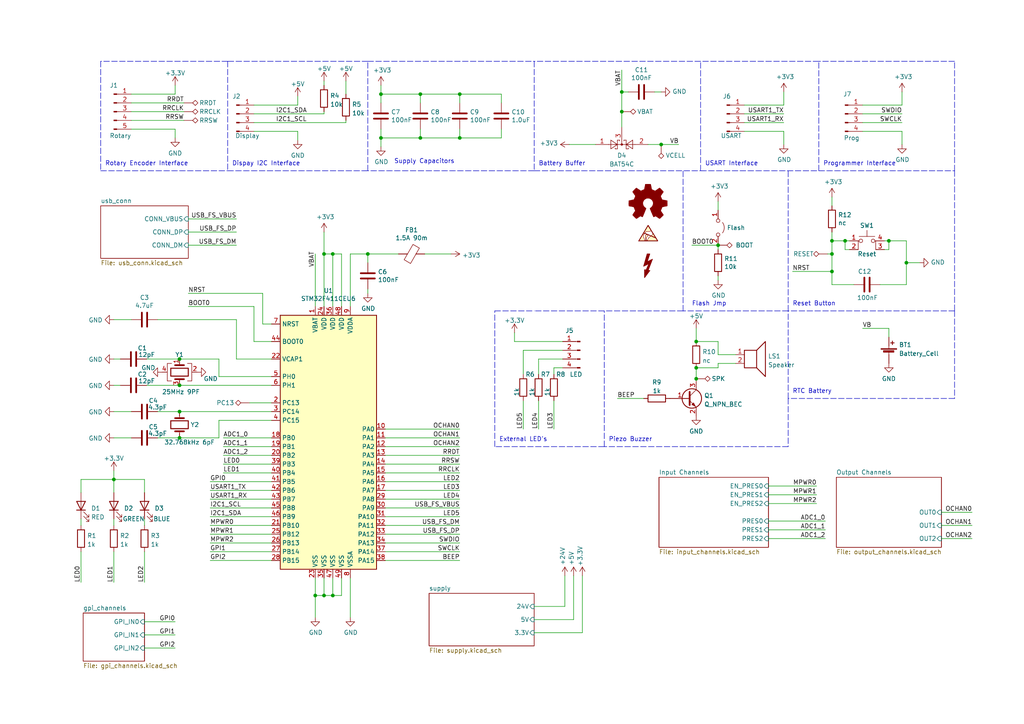
<source format=kicad_sch>
(kicad_sch (version 20211123) (generator eeschema)

  (uuid 949f679f-c6a9-4c5c-99c7-644ace536315)

  (paper "A4")

  (title_block
    (title "FloatPUMP Schematics")
    (date "2022-11-11")
    (rev "1.0")
    (company "robtor.de")
    (comment 1 "Controller board for up to 3 water pumps")
    (comment 2 "measuring capabilities with piezoresistive pressure sensors")
    (comment 3 "sensor input Range 4mA-20mA")
  )

  

  (junction (at 91.44 172.72) (diameter 0) (color 0 0 0 0)
    (uuid 0c1b88cb-a078-4181-b19e-b5625c47d08a)
  )
  (junction (at 96.52 73.66) (diameter 0) (color 0 0 0 0)
    (uuid 1b60fcfc-a270-4122-b967-c7c9c4b63403)
  )
  (junction (at 191.77 41.91) (diameter 0) (color 0 0 0 0)
    (uuid 1c5a68ea-fed7-43b9-a37a-435ca33d5ec4)
  )
  (junction (at 133.35 27.305) (diameter 0) (color 0 0 0 0)
    (uuid 2753d945-ace6-4480-9faf-9137856303ea)
  )
  (junction (at 121.92 40.005) (diameter 0) (color 0 0 0 0)
    (uuid 39d0e9d0-a702-4c04-bc3c-653ef4f0c50e)
  )
  (junction (at 241.3 73.66) (diameter 0) (color 0 0 0 0)
    (uuid 4cd454dd-343a-4999-b869-a7127a4d9978)
  )
  (junction (at 121.92 27.305) (diameter 0) (color 0 0 0 0)
    (uuid 4f94cfba-8412-4c60-a31b-e6d995934dc1)
  )
  (junction (at 96.52 172.72) (diameter 0) (color 0 0 0 0)
    (uuid 5793e5cf-aaeb-41cc-8318-bb2419c1b81f)
  )
  (junction (at 52.07 127) (diameter 0) (color 0 0 0 0)
    (uuid 5a70c532-5383-43bb-b441-21ca36bd2484)
  )
  (junction (at 110.49 40.005) (diameter 0) (color 0 0 0 0)
    (uuid 6f88fca4-4670-437c-9fd1-4ebd76593daa)
  )
  (junction (at 241.3 78.74) (diameter 0) (color 0 0 0 0)
    (uuid 70750f1a-6a6e-4571-87e8-e96d7814c66f)
  )
  (junction (at 201.93 109.855) (diameter 0) (color 0 0 0 0)
    (uuid 9036384e-eee5-4451-b7e7-87842d0d6fca)
  )
  (junction (at 262.89 76.2) (diameter 0) (color 0 0 0 0)
    (uuid 92a2589f-ae05-42af-aab0-9bfaaa2a73f1)
  )
  (junction (at 133.35 40.005) (diameter 0) (color 0 0 0 0)
    (uuid 9569d29f-17d3-40a7-b073-1b7eb9687b43)
  )
  (junction (at 52.07 104.14) (diameter 0) (color 0 0 0 0)
    (uuid 97bd1d07-8f04-442c-80ac-c95cf3f51efe)
  )
  (junction (at 257.81 69.85) (diameter 0) (color 0 0 0 0)
    (uuid 98714d00-b4b5-4379-b4b4-f6e552ad6c97)
  )
  (junction (at 52.07 119.38) (diameter 0) (color 0 0 0 0)
    (uuid a0900619-a580-41eb-9fbb-5149e9a28aef)
  )
  (junction (at 33.02 139.065) (diameter 0) (color 0 0 0 0)
    (uuid a4b63938-0a30-421e-a83e-07ee3a44f405)
  )
  (junction (at 52.07 111.76) (diameter 0) (color 0 0 0 0)
    (uuid a70dc485-cc49-4e1f-b1ec-eb9c56462344)
  )
  (junction (at 245.11 69.85) (diameter 0) (color 0 0 0 0)
    (uuid a783c51a-082f-4856-8a52-660298184bf2)
  )
  (junction (at 180.34 26.67) (diameter 0) (color 0 0 0 0)
    (uuid bf64b8d9-04f8-4bac-906b-3f89e12e5d32)
  )
  (junction (at 201.93 106.68) (diameter 0) (color 0 0 0 0)
    (uuid d85d001d-db06-423e-99e2-d2c9676bf6eb)
  )
  (junction (at 106.68 73.66) (diameter 0) (color 0 0 0 0)
    (uuid dbb72415-af02-4b41-adad-978e86e84f5e)
  )
  (junction (at 208.28 71.12) (diameter 0) (color 0 0 0 0)
    (uuid dc71b394-38ca-4c3c-a2a5-7ef7a670c49b)
  )
  (junction (at 110.49 27.305) (diameter 0) (color 0 0 0 0)
    (uuid dee204e1-3149-4bb4-b821-dbc11df06a18)
  )
  (junction (at 93.98 73.66) (diameter 0) (color 0 0 0 0)
    (uuid ebee7b2d-9f75-4529-9377-97f671d1e3dc)
  )
  (junction (at 201.93 99.06) (diameter 0) (color 0 0 0 0)
    (uuid ec8c2ca1-97d3-4d7c-af64-6cbbbe597d8b)
  )
  (junction (at 93.98 172.72) (diameter 0) (color 0 0 0 0)
    (uuid ed19ccea-cfd8-433f-8938-ca1dd302430c)
  )
  (junction (at 180.34 32.385) (diameter 0) (color 0 0 0 0)
    (uuid f486435c-c972-42e4-8219-35ab13b3a285)
  )
  (junction (at 241.3 69.85) (diameter 0) (color 0 0 0 0)
    (uuid f93f0caf-de38-451e-8ca0-f8175bc6663c)
  )

  (wire (pts (xy 64.77 129.54) (xy 78.74 129.54))
    (stroke (width 0) (type default) (color 0 0 0 0))
    (uuid 011b2a2a-a574-42b5-999f-7ed9d9776a43)
  )
  (polyline (pts (xy 175.26 129.54) (xy 175.26 90.17))
    (stroke (width 0) (type default) (color 0 0 0 0))
    (uuid 01d42531-06ff-458e-91d1-5b96d3f8b385)
  )

  (wire (pts (xy 182.245 26.67) (xy 180.34 26.67))
    (stroke (width 0) (type default) (color 0 0 0 0))
    (uuid 0228648f-fd85-4f7f-9204-53610241d2b9)
  )
  (wire (pts (xy 38.1 119.38) (xy 33.02 119.38))
    (stroke (width 0) (type default) (color 0 0 0 0))
    (uuid 036a7d28-05ab-4651-ba1c-47fa1d863421)
  )
  (wire (pts (xy 73.66 99.06) (xy 73.66 88.9))
    (stroke (width 0) (type default) (color 0 0 0 0))
    (uuid 03a5e9df-cec7-4991-b6d5-c82d388e8d2e)
  )
  (wire (pts (xy 255.27 82.55) (xy 262.89 82.55))
    (stroke (width 0) (type default) (color 0 0 0 0))
    (uuid 062011a8-2b6e-42bc-aa5b-790abf63d348)
  )
  (wire (pts (xy 99.06 73.66) (xy 96.52 73.66))
    (stroke (width 0) (type default) (color 0 0 0 0))
    (uuid 06a42763-2f97-4419-84a6-ef6ea2a60fb4)
  )
  (wire (pts (xy 121.92 27.305) (xy 121.92 29.845))
    (stroke (width 0) (type default) (color 0 0 0 0))
    (uuid 08d4cfaf-b332-40f7-973c-66684e7a54a3)
  )
  (wire (pts (xy 110.49 27.305) (xy 110.49 29.845))
    (stroke (width 0) (type default) (color 0 0 0 0))
    (uuid 0a637dc5-5627-4329-935c-c4f041de6385)
  )
  (wire (pts (xy 93.98 33.02) (xy 93.98 32.385))
    (stroke (width 0) (type default) (color 0 0 0 0))
    (uuid 0bd2a9c0-96d6-44df-80fd-f97264a8b783)
  )
  (wire (pts (xy 52.07 104.14) (xy 42.545 104.14))
    (stroke (width 0) (type default) (color 0 0 0 0))
    (uuid 0c6fff14-bb97-4dc3-9f20-62bec77994c6)
  )
  (wire (pts (xy 78.74 119.38) (xy 52.07 119.38))
    (stroke (width 0) (type default) (color 0 0 0 0))
    (uuid 0e162795-22a7-4501-b03f-b283bb5650d9)
  )
  (wire (pts (xy 201.93 109.855) (xy 201.93 110.49))
    (stroke (width 0) (type default) (color 0 0 0 0))
    (uuid 0f47fb04-026a-4afa-9bfe-15f03def5d6b)
  )
  (wire (pts (xy 149.225 99.06) (xy 163.195 99.06))
    (stroke (width 0) (type default) (color 0 0 0 0))
    (uuid 126099d8-8b2d-4e87-990f-1fb99894d4b1)
  )
  (polyline (pts (xy 106.68 49.53) (xy 106.68 17.78))
    (stroke (width 0) (type default) (color 0 0 0 0))
    (uuid 14d3863a-1c03-4d48-a032-61ae3a0ad5c1)
  )

  (wire (pts (xy 78.74 132.08) (xy 64.77 132.08))
    (stroke (width 0) (type default) (color 0 0 0 0))
    (uuid 152be6bd-f8d6-47e9-9b6b-09485d01579b)
  )
  (wire (pts (xy 93.98 172.72) (xy 91.44 172.72))
    (stroke (width 0) (type default) (color 0 0 0 0))
    (uuid 16e9575c-a847-468f-810e-95497dadeb97)
  )
  (polyline (pts (xy 228.6 115.57) (xy 228.6 129.54))
    (stroke (width 0) (type default) (color 0 0 0 0))
    (uuid 17487b2e-2390-4106-a427-c6c54336dd3f)
  )
  (polyline (pts (xy 228.6 90.17) (xy 198.12 90.17))
    (stroke (width 0) (type default) (color 0 0 0 0))
    (uuid 191311d6-5bf7-47a9-ae1e-6b521cf3ea32)
  )

  (wire (pts (xy 60.96 149.86) (xy 78.74 149.86))
    (stroke (width 0) (type default) (color 0 0 0 0))
    (uuid 196b514b-b3f6-4344-904e-bca015040e93)
  )
  (wire (pts (xy 106.68 83.82) (xy 106.68 85.09))
    (stroke (width 0) (type default) (color 0 0 0 0))
    (uuid 1a8290e9-c445-4b51-b8b0-45fcbf671219)
  )
  (wire (pts (xy 41.91 142.875) (xy 41.91 139.065))
    (stroke (width 0) (type default) (color 0 0 0 0))
    (uuid 1ad7936f-a45d-43a3-8729-3f6ad34b3bbe)
  )
  (wire (pts (xy 208.28 80.01) (xy 208.28 81.28))
    (stroke (width 0) (type default) (color 0 0 0 0))
    (uuid 1b373a0f-a405-4f7c-be0d-0a515d48b205)
  )
  (wire (pts (xy 111.76 127) (xy 133.35 127))
    (stroke (width 0) (type default) (color 0 0 0 0))
    (uuid 1dc46e87-a953-4f20-a4d4-4ecede78d2eb)
  )
  (wire (pts (xy 111.76 157.48) (xy 133.35 157.48))
    (stroke (width 0) (type default) (color 0 0 0 0))
    (uuid 1dd42d41-b809-42ae-b6a5-91ce0f5409f7)
  )
  (wire (pts (xy 100.33 23.495) (xy 100.33 27.305))
    (stroke (width 0) (type default) (color 0 0 0 0))
    (uuid 1e65348d-0394-491b-9696-4c8b7499f309)
  )
  (wire (pts (xy 215.9 35.56) (xy 227.33 35.56))
    (stroke (width 0) (type default) (color 0 0 0 0))
    (uuid 1f4d482a-d80d-48b4-a443-e0ca391c4f86)
  )
  (wire (pts (xy 241.3 69.85) (xy 241.3 73.66))
    (stroke (width 0) (type default) (color 0 0 0 0))
    (uuid 22a0b2d5-d975-4c12-bf03-7470074fed54)
  )
  (wire (pts (xy 96.52 167.64) (xy 96.52 172.72))
    (stroke (width 0) (type default) (color 0 0 0 0))
    (uuid 22f22dbe-16ed-4088-a875-5700f66d16da)
  )
  (wire (pts (xy 241.3 78.74) (xy 229.87 78.74))
    (stroke (width 0) (type default) (color 0 0 0 0))
    (uuid 2400f930-cf6d-41a8-baef-3048725f3a5b)
  )
  (wire (pts (xy 208.28 99.06) (xy 208.28 102.87))
    (stroke (width 0) (type default) (color 0 0 0 0))
    (uuid 268b38a4-5791-4865-b036-a0203f8e626d)
  )
  (wire (pts (xy 163.195 101.6) (xy 151.765 101.6))
    (stroke (width 0) (type default) (color 0 0 0 0))
    (uuid 27394eba-9cc1-4464-8a20-cc6a5fec851e)
  )
  (wire (pts (xy 133.35 40.005) (xy 145.415 40.005))
    (stroke (width 0) (type default) (color 0 0 0 0))
    (uuid 29120252-d73c-4a5c-b87f-011abc045fcf)
  )
  (wire (pts (xy 38.1 27.305) (xy 50.8 27.305))
    (stroke (width 0) (type default) (color 0 0 0 0))
    (uuid 2a745fcb-09cd-409b-a911-81fd22f368af)
  )
  (wire (pts (xy 41.91 187.96) (xy 50.8 187.96))
    (stroke (width 0) (type default) (color 0 0 0 0))
    (uuid 2abcf069-19de-44b8-a6b8-4d5ee2f7d656)
  )
  (wire (pts (xy 256.54 72.39) (xy 257.81 72.39))
    (stroke (width 0) (type default) (color 0 0 0 0))
    (uuid 2d1e4280-a040-4477-a027-a20dfcfdced1)
  )
  (wire (pts (xy 111.76 160.02) (xy 133.35 160.02))
    (stroke (width 0) (type default) (color 0 0 0 0))
    (uuid 2e15e8aa-7905-4170-bb81-958c9c2c74db)
  )
  (wire (pts (xy 52.07 111.76) (xy 42.545 111.76))
    (stroke (width 0) (type default) (color 0 0 0 0))
    (uuid 2e2ea9dc-2e78-48b2-a918-779655a2f4bb)
  )
  (wire (pts (xy 111.76 147.32) (xy 133.35 147.32))
    (stroke (width 0) (type default) (color 0 0 0 0))
    (uuid 2e4f3627-f43e-4331-8ab0-f5d657fd4ada)
  )
  (polyline (pts (xy 66.04 17.78) (xy 29.21 17.78))
    (stroke (width 0) (type default) (color 0 0 0 0))
    (uuid 2e6a35eb-6636-4c39-9b2b-0859e1c94ec8)
  )
  (polyline (pts (xy 66.04 49.53) (xy 106.68 49.53))
    (stroke (width 0) (type default) (color 0 0 0 0))
    (uuid 3010d011-eabc-4cec-b667-b7b1111e3ea0)
  )

  (wire (pts (xy 250.19 33.02) (xy 261.62 33.02))
    (stroke (width 0) (type default) (color 0 0 0 0))
    (uuid 30260a6a-a0b0-4b42-95c3-26be610ecc3e)
  )
  (wire (pts (xy 156.21 116.205) (xy 156.21 124.46))
    (stroke (width 0) (type default) (color 0 0 0 0))
    (uuid 303ae7a7-4a06-4b35-a5ee-99b6d0ccce36)
  )
  (wire (pts (xy 163.83 167.005) (xy 163.83 175.895))
    (stroke (width 0) (type default) (color 0 0 0 0))
    (uuid 30b3bcd0-0533-46bd-8c9c-4e3d480c6687)
  )
  (wire (pts (xy 33.02 111.76) (xy 34.925 111.76))
    (stroke (width 0) (type default) (color 0 0 0 0))
    (uuid 30c2d75b-0aa4-4c8b-abd3-15a8940150c1)
  )
  (wire (pts (xy 23.495 142.875) (xy 23.495 139.065))
    (stroke (width 0) (type default) (color 0 0 0 0))
    (uuid 30c6d872-e47d-4ced-8e4c-2dd7b663d734)
  )
  (wire (pts (xy 133.35 27.305) (xy 121.92 27.305))
    (stroke (width 0) (type default) (color 0 0 0 0))
    (uuid 31ddafb9-61de-4674-b559-9e8bd04c8807)
  )
  (wire (pts (xy 166.37 167.005) (xy 166.37 179.705))
    (stroke (width 0) (type default) (color 0 0 0 0))
    (uuid 32552d8d-ef82-40d3-aa95-d5b169fab07e)
  )
  (wire (pts (xy 201.93 99.06) (xy 208.28 99.06))
    (stroke (width 0) (type default) (color 0 0 0 0))
    (uuid 32a972fc-0c88-44e2-804d-656cd9a1d817)
  )
  (polyline (pts (xy 154.94 49.53) (xy 106.68 49.53))
    (stroke (width 0) (type default) (color 0 0 0 0))
    (uuid 32b4cc52-0f7d-4657-a812-f0ec32bb962f)
  )

  (wire (pts (xy 133.35 37.465) (xy 133.35 40.005))
    (stroke (width 0) (type default) (color 0 0 0 0))
    (uuid 339df927-10f1-44cb-aa5f-82bfd46240c7)
  )
  (wire (pts (xy 78.74 144.78) (xy 60.96 144.78))
    (stroke (width 0) (type default) (color 0 0 0 0))
    (uuid 35e191e7-0681-4caa-ab56-bca67244817b)
  )
  (polyline (pts (xy 143.51 90.17) (xy 154.94 90.17))
    (stroke (width 0) (type default) (color 0 0 0 0))
    (uuid 361b2945-3ddb-479e-87ba-da3a8981f58f)
  )

  (wire (pts (xy 78.74 139.7) (xy 60.96 139.7))
    (stroke (width 0) (type default) (color 0 0 0 0))
    (uuid 375fb2af-999a-47fb-b314-c5ed0dda8fca)
  )
  (wire (pts (xy 123.19 73.66) (xy 130.81 73.66))
    (stroke (width 0) (type default) (color 0 0 0 0))
    (uuid 398e575e-ffcc-47d3-99bb-d2398359704a)
  )
  (wire (pts (xy 160.655 106.68) (xy 160.655 108.585))
    (stroke (width 0) (type default) (color 0 0 0 0))
    (uuid 3a1fc013-e799-4688-ae20-2bbf502da68b)
  )
  (wire (pts (xy 246.38 72.39) (xy 245.11 72.39))
    (stroke (width 0) (type default) (color 0 0 0 0))
    (uuid 3a2c26a3-70bf-4ff7-a25f-6ff112d26092)
  )
  (wire (pts (xy 250.19 30.48) (xy 261.62 30.48))
    (stroke (width 0) (type default) (color 0 0 0 0))
    (uuid 3a77ad2c-5616-4b44-93df-e454912b8b77)
  )
  (wire (pts (xy 111.76 124.46) (xy 133.35 124.46))
    (stroke (width 0) (type default) (color 0 0 0 0))
    (uuid 3bb1b200-9bd3-4ca2-a3fe-ceac65ba2f22)
  )
  (wire (pts (xy 151.765 116.205) (xy 151.765 124.46))
    (stroke (width 0) (type default) (color 0 0 0 0))
    (uuid 3c68ad2c-9010-4ef7-bedd-f009382cb08f)
  )
  (wire (pts (xy 257.81 69.85) (xy 262.89 69.85))
    (stroke (width 0) (type default) (color 0 0 0 0))
    (uuid 3e13f1dc-d2b3-4f0a-8b6b-f58d1a30c831)
  )
  (wire (pts (xy 250.19 95.25) (xy 257.81 95.25))
    (stroke (width 0) (type default) (color 0 0 0 0))
    (uuid 3eff4e29-2225-4c7e-8279-6d6efa2d67e4)
  )
  (wire (pts (xy 247.65 82.55) (xy 241.3 82.55))
    (stroke (width 0) (type default) (color 0 0 0 0))
    (uuid 3f407738-52f9-487e-96ff-574567b43890)
  )
  (wire (pts (xy 45.72 92.71) (xy 68.58 92.71))
    (stroke (width 0) (type default) (color 0 0 0 0))
    (uuid 400b7b23-e399-48ba-af02-3f8bdfca3c55)
  )
  (wire (pts (xy 111.76 129.54) (xy 133.35 129.54))
    (stroke (width 0) (type default) (color 0 0 0 0))
    (uuid 4015be1a-c6e1-42db-af6f-c161f489ea1f)
  )
  (wire (pts (xy 33.02 160.02) (xy 33.02 168.91))
    (stroke (width 0) (type default) (color 0 0 0 0))
    (uuid 4118162d-0e05-4908-9a1f-c7016575bccb)
  )
  (polyline (pts (xy 29.21 17.78) (xy 29.21 49.53))
    (stroke (width 0) (type default) (color 0 0 0 0))
    (uuid 41b6e1ba-5c99-4fd7-9c65-c4fb07c70188)
  )

  (wire (pts (xy 191.77 41.91) (xy 196.85 41.91))
    (stroke (width 0) (type default) (color 0 0 0 0))
    (uuid 424267dd-6303-4018-aae0-34d62814fcba)
  )
  (wire (pts (xy 99.06 167.64) (xy 99.06 172.72))
    (stroke (width 0) (type default) (color 0 0 0 0))
    (uuid 424d7750-ddcd-4f41-93ea-a6761834f91c)
  )
  (wire (pts (xy 222.885 140.97) (xy 236.855 140.97))
    (stroke (width 0) (type default) (color 0 0 0 0))
    (uuid 438c390e-2817-4262-9bb8-264a62f66854)
  )
  (wire (pts (xy 111.76 137.16) (xy 133.35 137.16))
    (stroke (width 0) (type default) (color 0 0 0 0))
    (uuid 4390a55c-a8f9-4caf-a838-233bb3ce27aa)
  )
  (wire (pts (xy 241.3 73.66) (xy 241.3 78.74))
    (stroke (width 0) (type default) (color 0 0 0 0))
    (uuid 43951137-b2ae-4c0a-b786-c0130baa43cf)
  )
  (wire (pts (xy 68.58 104.14) (xy 78.74 104.14))
    (stroke (width 0) (type default) (color 0 0 0 0))
    (uuid 43c49596-4b82-4ee2-b1be-2aafb6486920)
  )
  (wire (pts (xy 96.52 88.9) (xy 96.52 73.66))
    (stroke (width 0) (type default) (color 0 0 0 0))
    (uuid 4444fd17-a409-4254-92e6-9a69f5880d89)
  )
  (wire (pts (xy 180.34 26.67) (xy 180.34 20.32))
    (stroke (width 0) (type default) (color 0 0 0 0))
    (uuid 44ca684d-985e-45fb-a22b-01e29383cba4)
  )
  (wire (pts (xy 273.05 152.4) (xy 281.94 152.4))
    (stroke (width 0) (type default) (color 0 0 0 0))
    (uuid 44f02c76-ffc0-47e0-9779-2d79a58ff9cf)
  )
  (wire (pts (xy 208.28 58.42) (xy 208.28 60.96))
    (stroke (width 0) (type default) (color 0 0 0 0))
    (uuid 45f77cbe-76c9-4770-945d-6ce9f436791e)
  )
  (polyline (pts (xy 276.86 49.53) (xy 276.86 17.78))
    (stroke (width 0) (type default) (color 0 0 0 0))
    (uuid 4738ad5c-de7a-450c-a864-83a693566efb)
  )
  (polyline (pts (xy 154.94 49.53) (xy 203.2 49.53))
    (stroke (width 0) (type default) (color 0 0 0 0))
    (uuid 4cf2a8ea-f147-45e1-b905-8e01e3488a54)
  )

  (wire (pts (xy 52.07 119.38) (xy 45.72 119.38))
    (stroke (width 0) (type default) (color 0 0 0 0))
    (uuid 4d42688d-59c9-41ed-af68-2d906566e68c)
  )
  (wire (pts (xy 23.495 160.02) (xy 23.495 168.91))
    (stroke (width 0) (type default) (color 0 0 0 0))
    (uuid 4d4de7d2-6a8b-425f-a4ad-2111507b5618)
  )
  (wire (pts (xy 208.28 71.12) (xy 200.66 71.12))
    (stroke (width 0) (type default) (color 0 0 0 0))
    (uuid 4d79ec2b-2fc9-4ba1-b93a-d630912470a0)
  )
  (wire (pts (xy 34.925 104.14) (xy 33.02 104.14))
    (stroke (width 0) (type default) (color 0 0 0 0))
    (uuid 4e0ac502-331a-4340-82b9-dd8d8cee49d0)
  )
  (wire (pts (xy 227.33 38.1) (xy 227.33 41.91))
    (stroke (width 0) (type default) (color 0 0 0 0))
    (uuid 4fddd78f-1b0d-4365-b740-2df7595c3522)
  )
  (wire (pts (xy 156.21 104.14) (xy 156.21 108.585))
    (stroke (width 0) (type default) (color 0 0 0 0))
    (uuid 505d5465-5d3c-4c20-a903-bb9f0614c27d)
  )
  (wire (pts (xy 111.76 142.24) (xy 133.35 142.24))
    (stroke (width 0) (type default) (color 0 0 0 0))
    (uuid 507dbcec-13ef-491c-9e13-750ae5d08786)
  )
  (polyline (pts (xy 175.26 129.54) (xy 143.51 129.54))
    (stroke (width 0) (type default) (color 0 0 0 0))
    (uuid 51bbc616-36a1-464c-9200-0d0c8edfe960)
  )

  (wire (pts (xy 64.77 137.16) (xy 78.74 137.16))
    (stroke (width 0) (type default) (color 0 0 0 0))
    (uuid 51d162f7-2e8a-4bc7-88c1-e6c065d4b161)
  )
  (polyline (pts (xy 106.68 17.78) (xy 154.94 17.78))
    (stroke (width 0) (type default) (color 0 0 0 0))
    (uuid 55438888-edf4-4cf0-83da-f060d3938df2)
  )

  (wire (pts (xy 262.89 69.85) (xy 262.89 76.2))
    (stroke (width 0) (type default) (color 0 0 0 0))
    (uuid 55587dc1-052d-440c-a761-29091bbb6f2b)
  )
  (wire (pts (xy 163.195 106.68) (xy 160.655 106.68))
    (stroke (width 0) (type default) (color 0 0 0 0))
    (uuid 56073852-e094-44c0-abb8-63498ed962c1)
  )
  (wire (pts (xy 222.885 151.13) (xy 239.395 151.13))
    (stroke (width 0) (type default) (color 0 0 0 0))
    (uuid 5651f317-a2b7-4f02-bafd-3ed49b106af9)
  )
  (wire (pts (xy 111.76 134.62) (xy 133.35 134.62))
    (stroke (width 0) (type default) (color 0 0 0 0))
    (uuid 5675cbe2-6193-4193-a086-51fe846aeda2)
  )
  (wire (pts (xy 145.415 37.465) (xy 145.415 40.005))
    (stroke (width 0) (type default) (color 0 0 0 0))
    (uuid 57dab67d-73b5-4fcb-901b-a69051e35364)
  )
  (wire (pts (xy 76.2 93.98) (xy 76.2 85.09))
    (stroke (width 0) (type default) (color 0 0 0 0))
    (uuid 57fd891c-135f-4c54-af0d-9ea73edf736e)
  )
  (wire (pts (xy 227.33 30.48) (xy 227.33 26.67))
    (stroke (width 0) (type default) (color 0 0 0 0))
    (uuid 58170f19-2867-4e92-aef8-b013ab60ff8b)
  )
  (wire (pts (xy 241.3 57.15) (xy 241.3 59.69))
    (stroke (width 0) (type default) (color 0 0 0 0))
    (uuid 58a18d69-fc34-46c3-b57c-2e4d5b6313a2)
  )
  (wire (pts (xy 151.765 101.6) (xy 151.765 108.585))
    (stroke (width 0) (type default) (color 0 0 0 0))
    (uuid 5ab5fc39-d119-4939-b187-6241bdd9350c)
  )
  (polyline (pts (xy 106.68 17.78) (xy 66.04 17.78))
    (stroke (width 0) (type default) (color 0 0 0 0))
    (uuid 5be033f5-9678-4b75-be3b-55853d81c4f8)
  )

  (wire (pts (xy 121.92 27.305) (xy 110.49 27.305))
    (stroke (width 0) (type default) (color 0 0 0 0))
    (uuid 5c2af2de-18cd-439f-b9b8-856093f4e3ac)
  )
  (wire (pts (xy 154.94 183.515) (xy 168.91 183.515))
    (stroke (width 0) (type default) (color 0 0 0 0))
    (uuid 5cb667df-c15a-49bc-9600-d61cf174120a)
  )
  (wire (pts (xy 241.3 78.74) (xy 241.3 82.55))
    (stroke (width 0) (type default) (color 0 0 0 0))
    (uuid 5d9a5990-dcf8-486e-bfb6-30d6c0b34192)
  )
  (wire (pts (xy 63.5 104.14) (xy 52.07 104.14))
    (stroke (width 0) (type default) (color 0 0 0 0))
    (uuid 5e1d9c1f-58d3-41cd-9eb4-fb2ae3a4b10c)
  )
  (wire (pts (xy 215.9 30.48) (xy 227.33 30.48))
    (stroke (width 0) (type default) (color 0 0 0 0))
    (uuid 5e2838cc-acd7-4c51-bc18-f5f97bf524d9)
  )
  (polyline (pts (xy 29.21 49.53) (xy 66.04 49.53))
    (stroke (width 0) (type default) (color 0 0 0 0))
    (uuid 5fe5e54d-1eb6-4f0a-a978-61e0039cfbf1)
  )

  (wire (pts (xy 63.5 109.22) (xy 63.5 104.14))
    (stroke (width 0) (type default) (color 0 0 0 0))
    (uuid 613967c9-6a2a-45ae-bf78-98e4612f5d55)
  )
  (wire (pts (xy 240.03 73.66) (xy 241.3 73.66))
    (stroke (width 0) (type default) (color 0 0 0 0))
    (uuid 6142ef34-97be-4c90-9ca7-e387753b518a)
  )
  (wire (pts (xy 101.6 88.9) (xy 101.6 73.66))
    (stroke (width 0) (type default) (color 0 0 0 0))
    (uuid 618c3501-0e3a-49e5-8b16-1ffee4adee40)
  )
  (wire (pts (xy 222.885 156.21) (xy 239.395 156.21))
    (stroke (width 0) (type default) (color 0 0 0 0))
    (uuid 62b8cb17-877a-45b0-821a-c147661d06ec)
  )
  (wire (pts (xy 241.3 69.85) (xy 245.11 69.85))
    (stroke (width 0) (type default) (color 0 0 0 0))
    (uuid 62d616c4-a645-4785-83f4-e7b9176541bd)
  )
  (wire (pts (xy 262.89 76.2) (xy 266.7 76.2))
    (stroke (width 0) (type default) (color 0 0 0 0))
    (uuid 63c78302-c24d-424c-9283-52ae93200987)
  )
  (wire (pts (xy 63.5 121.92) (xy 63.5 127))
    (stroke (width 0) (type default) (color 0 0 0 0))
    (uuid 65a211f6-d005-41c5-aeb4-31d7e06acfc2)
  )
  (wire (pts (xy 64.77 134.62) (xy 78.74 134.62))
    (stroke (width 0) (type default) (color 0 0 0 0))
    (uuid 68877676-f185-4ce5-994a-3e7cd8c4b619)
  )
  (wire (pts (xy 111.76 152.4) (xy 133.35 152.4))
    (stroke (width 0) (type default) (color 0 0 0 0))
    (uuid 69502565-c8b7-43eb-99e0-3580594b1098)
  )
  (wire (pts (xy 201.93 106.68) (xy 201.93 109.855))
    (stroke (width 0) (type default) (color 0 0 0 0))
    (uuid 69ab2ff6-8d0a-4e41-8e1a-1caf0870f3b7)
  )
  (wire (pts (xy 201.93 95.25) (xy 201.93 99.06))
    (stroke (width 0) (type default) (color 0 0 0 0))
    (uuid 6c7d8008-17da-4be5-b57e-dfb877a7ef32)
  )
  (wire (pts (xy 121.92 37.465) (xy 121.92 40.005))
    (stroke (width 0) (type default) (color 0 0 0 0))
    (uuid 6ce9cb44-7b50-4bf3-98c7-6ca59e7305b2)
  )
  (wire (pts (xy 145.415 29.845) (xy 145.415 27.305))
    (stroke (width 0) (type default) (color 0 0 0 0))
    (uuid 6dd36aa5-6a60-4752-8a21-1772effb9f07)
  )
  (polyline (pts (xy 276.86 17.78) (xy 237.49 17.78))
    (stroke (width 0) (type default) (color 0 0 0 0))
    (uuid 6fd2b7a8-9e41-4aa1-88b4-f9ee307d1b4b)
  )

  (wire (pts (xy 78.74 111.76) (xy 52.07 111.76))
    (stroke (width 0) (type default) (color 0 0 0 0))
    (uuid 715db6a8-aaa0-46b4-addd-972ee71b75dc)
  )
  (wire (pts (xy 110.49 37.465) (xy 110.49 40.005))
    (stroke (width 0) (type default) (color 0 0 0 0))
    (uuid 71b00c47-caef-48f6-91be-7f1855a1e2c0)
  )
  (wire (pts (xy 111.76 132.08) (xy 133.35 132.08))
    (stroke (width 0) (type default) (color 0 0 0 0))
    (uuid 72cc00e4-7e53-46d8-858f-e435f5b37f05)
  )
  (wire (pts (xy 201.93 106.68) (xy 208.28 106.68))
    (stroke (width 0) (type default) (color 0 0 0 0))
    (uuid 743fef08-4881-4afb-adde-ee5bd2198117)
  )
  (wire (pts (xy 241.3 67.31) (xy 241.3 69.85))
    (stroke (width 0) (type default) (color 0 0 0 0))
    (uuid 748c549b-7c57-462b-9f39-c28eb0045225)
  )
  (wire (pts (xy 215.9 38.1) (xy 227.33 38.1))
    (stroke (width 0) (type default) (color 0 0 0 0))
    (uuid 74d4a3c7-cc41-4e0e-b616-9fc3c358b2ae)
  )
  (wire (pts (xy 121.92 40.005) (xy 110.49 40.005))
    (stroke (width 0) (type default) (color 0 0 0 0))
    (uuid 752a7bdc-59a7-4a9e-ae9b-a35465dc8e0c)
  )
  (wire (pts (xy 93.98 88.9) (xy 93.98 73.66))
    (stroke (width 0) (type default) (color 0 0 0 0))
    (uuid 75594c3c-e55b-4454-809c-0a72aa43af83)
  )
  (wire (pts (xy 222.885 153.67) (xy 239.395 153.67))
    (stroke (width 0) (type default) (color 0 0 0 0))
    (uuid 769aead0-25d0-4594-84cb-d6b74ceb8cd8)
  )
  (wire (pts (xy 23.495 139.065) (xy 33.02 139.065))
    (stroke (width 0) (type default) (color 0 0 0 0))
    (uuid 78ce4bcf-16dc-4d77-99b5-ce1b3e6d1d63)
  )
  (wire (pts (xy 261.62 30.48) (xy 261.62 26.67))
    (stroke (width 0) (type default) (color 0 0 0 0))
    (uuid 78f1b9a8-ca0e-4e8c-91b8-a46bcfebec64)
  )
  (wire (pts (xy 73.66 88.9) (xy 54.61 88.9))
    (stroke (width 0) (type default) (color 0 0 0 0))
    (uuid 7c20a18a-318c-4e79-afcf-a3e87eb69a53)
  )
  (wire (pts (xy 99.06 172.72) (xy 96.52 172.72))
    (stroke (width 0) (type default) (color 0 0 0 0))
    (uuid 7ee436ac-423d-4d29-90ad-39fdc300fae0)
  )
  (wire (pts (xy 68.58 92.71) (xy 68.58 104.14))
    (stroke (width 0) (type default) (color 0 0 0 0))
    (uuid 837370a5-1290-49d7-96e4-d4c2412ac873)
  )
  (wire (pts (xy 96.52 172.72) (xy 93.98 172.72))
    (stroke (width 0) (type default) (color 0 0 0 0))
    (uuid 84a2320f-8ad9-4501-8628-7ca6e418f956)
  )
  (wire (pts (xy 179.07 115.57) (xy 186.69 115.57))
    (stroke (width 0) (type default) (color 0 0 0 0))
    (uuid 87cf9f49-2322-4621-91eb-11035c4cedf8)
  )
  (wire (pts (xy 72.39 116.84) (xy 78.74 116.84))
    (stroke (width 0) (type default) (color 0 0 0 0))
    (uuid 88123869-4c37-45f5-b8c1-72149ea8f4ba)
  )
  (wire (pts (xy 133.35 40.005) (xy 121.92 40.005))
    (stroke (width 0) (type default) (color 0 0 0 0))
    (uuid 88c7d4ef-4a81-4ff0-8236-354227632382)
  )
  (wire (pts (xy 160.655 116.205) (xy 160.655 124.46))
    (stroke (width 0) (type default) (color 0 0 0 0))
    (uuid 8afd873f-9a06-4b39-ab04-49f0059f061b)
  )
  (wire (pts (xy 41.91 184.15) (xy 50.8 184.15))
    (stroke (width 0) (type default) (color 0 0 0 0))
    (uuid 8b4e071f-9509-4780-a465-03d34bc67608)
  )
  (wire (pts (xy 78.74 109.22) (xy 63.5 109.22))
    (stroke (width 0) (type default) (color 0 0 0 0))
    (uuid 8b558919-c46d-47f8-bf42-0c0ee86f63f0)
  )
  (wire (pts (xy 111.76 139.7) (xy 133.35 139.7))
    (stroke (width 0) (type default) (color 0 0 0 0))
    (uuid 8bf90929-6d2d-4a79-b1a1-138fa542533a)
  )
  (polyline (pts (xy 154.94 17.78) (xy 154.94 49.53))
    (stroke (width 0) (type default) (color 0 0 0 0))
    (uuid 8d77d4ce-5809-4e16-9db8-9d8672ed5276)
  )

  (wire (pts (xy 73.66 38.1) (xy 86.36 38.1))
    (stroke (width 0) (type default) (color 0 0 0 0))
    (uuid 8d858d92-08ba-438f-a480-02393eb30c20)
  )
  (wire (pts (xy 245.11 72.39) (xy 245.11 69.85))
    (stroke (width 0) (type default) (color 0 0 0 0))
    (uuid 8e9c4a43-8462-408b-bdf7-8c2daf48a9a0)
  )
  (polyline (pts (xy 237.49 17.78) (xy 203.2 17.78))
    (stroke (width 0) (type default) (color 0 0 0 0))
    (uuid 8f2ebcdd-5322-432c-8de8-6f6fa3726577)
  )

  (wire (pts (xy 86.36 38.1) (xy 86.36 40.64))
    (stroke (width 0) (type default) (color 0 0 0 0))
    (uuid 8f733a2c-4b86-4934-a2e4-283803e72b72)
  )
  (wire (pts (xy 91.44 172.72) (xy 91.44 167.64))
    (stroke (width 0) (type default) (color 0 0 0 0))
    (uuid 911ef457-a362-4278-aeb0-e20b4bb95f57)
  )
  (wire (pts (xy 154.94 179.705) (xy 166.37 179.705))
    (stroke (width 0) (type default) (color 0 0 0 0))
    (uuid 913d6165-3eac-4e31-bdf3-24543d6b7c16)
  )
  (wire (pts (xy 76.2 85.09) (xy 54.61 85.09))
    (stroke (width 0) (type default) (color 0 0 0 0))
    (uuid 91e5eec5-ba86-4de8-8306-b82359e84f0b)
  )
  (wire (pts (xy 111.76 149.86) (xy 133.35 149.86))
    (stroke (width 0) (type default) (color 0 0 0 0))
    (uuid 93be490e-4a1a-433c-b296-e5201b30adb1)
  )
  (polyline (pts (xy 237.49 49.53) (xy 237.49 17.78))
    (stroke (width 0) (type default) (color 0 0 0 0))
    (uuid 95462dda-11ce-48d0-b7d6-002ca6ca715a)
  )

  (wire (pts (xy 78.74 154.94) (xy 60.96 154.94))
    (stroke (width 0) (type default) (color 0 0 0 0))
    (uuid 95c0b30a-014d-4809-9e39-76cfd21137e8)
  )
  (wire (pts (xy 38.1 32.385) (xy 53.34 32.385))
    (stroke (width 0) (type default) (color 0 0 0 0))
    (uuid 95d61b58-2fd5-43ab-bfd4-cc233f0800db)
  )
  (wire (pts (xy 273.05 156.21) (xy 281.94 156.21))
    (stroke (width 0) (type default) (color 0 0 0 0))
    (uuid 95fa23fd-11b6-43e1-a7ba-9d9bca32c40b)
  )
  (wire (pts (xy 38.1 92.71) (xy 33.02 92.71))
    (stroke (width 0) (type default) (color 0 0 0 0))
    (uuid 964c3381-2dfe-4f42-9493-7645015217dd)
  )
  (wire (pts (xy 33.02 127) (xy 38.1 127))
    (stroke (width 0) (type default) (color 0 0 0 0))
    (uuid 98d42198-ed3b-4bf0-8e91-cbf5646f19a6)
  )
  (wire (pts (xy 93.98 73.66) (xy 93.98 67.31))
    (stroke (width 0) (type default) (color 0 0 0 0))
    (uuid 990602b7-cde7-45dc-92b8-b9c7bf4dd7ac)
  )
  (wire (pts (xy 93.98 167.64) (xy 93.98 172.72))
    (stroke (width 0) (type default) (color 0 0 0 0))
    (uuid 99979f31-c85d-4c90-81ff-676e69fef161)
  )
  (wire (pts (xy 86.36 27.94) (xy 86.36 30.48))
    (stroke (width 0) (type default) (color 0 0 0 0))
    (uuid 9a8e5ffa-9aed-471c-a8e6-a636cf083f34)
  )
  (wire (pts (xy 106.68 76.2) (xy 106.68 73.66))
    (stroke (width 0) (type default) (color 0 0 0 0))
    (uuid 9b08aa48-fde9-4f0c-abdd-7ab3f00ef3e0)
  )
  (wire (pts (xy 149.225 96.52) (xy 149.225 99.06))
    (stroke (width 0) (type default) (color 0 0 0 0))
    (uuid 9b20bafc-d645-4d67-9a2c-e2d16646bed8)
  )
  (wire (pts (xy 78.74 162.56) (xy 60.96 162.56))
    (stroke (width 0) (type default) (color 0 0 0 0))
    (uuid 9b37b30a-3649-4363-8875-f3fb5ec17e65)
  )
  (wire (pts (xy 215.9 33.02) (xy 227.33 33.02))
    (stroke (width 0) (type default) (color 0 0 0 0))
    (uuid 9c1e6565-7a7a-4067-bbd0-872c0268b742)
  )
  (wire (pts (xy 163.195 104.14) (xy 156.21 104.14))
    (stroke (width 0) (type default) (color 0 0 0 0))
    (uuid 9cc9d3c8-ba88-40da-9425-3b87aa46e513)
  )
  (wire (pts (xy 133.35 29.845) (xy 133.35 27.305))
    (stroke (width 0) (type default) (color 0 0 0 0))
    (uuid 9d5e6a18-8b3a-47d4-b855-1b2ca215c734)
  )
  (polyline (pts (xy 198.12 90.17) (xy 198.12 49.53))
    (stroke (width 0) (type default) (color 0 0 0 0))
    (uuid 9ecc751b-0606-4a8f-9372-63a5cb28ad4e)
  )

  (wire (pts (xy 262.89 76.2) (xy 262.89 82.55))
    (stroke (width 0) (type default) (color 0 0 0 0))
    (uuid a05ced30-092c-475f-857c-28f2ada8a95d)
  )
  (polyline (pts (xy 276.86 49.53) (xy 276.86 90.17))
    (stroke (width 0) (type default) (color 0 0 0 0))
    (uuid a0735468-fe8c-4d1d-8469-a88cd0829ac1)
  )

  (wire (pts (xy 54.61 71.12) (xy 68.58 71.12))
    (stroke (width 0) (type default) (color 0 0 0 0))
    (uuid a2a8943b-bcd6-4326-88ce-86d550232544)
  )
  (wire (pts (xy 257.81 72.39) (xy 257.81 69.85))
    (stroke (width 0) (type default) (color 0 0 0 0))
    (uuid a39ab296-84d3-4532-bfd3-0d85d70b622d)
  )
  (wire (pts (xy 180.34 32.385) (xy 180.34 36.83))
    (stroke (width 0) (type default) (color 0 0 0 0))
    (uuid a6b1970e-7fb2-4104-ae0a-e27cd049864d)
  )
  (wire (pts (xy 78.74 93.98) (xy 76.2 93.98))
    (stroke (width 0) (type default) (color 0 0 0 0))
    (uuid a89c8429-59bb-42fc-bc75-babaaeef03d9)
  )
  (wire (pts (xy 257.81 97.79) (xy 257.81 95.25))
    (stroke (width 0) (type default) (color 0 0 0 0))
    (uuid a9a9a4b6-8a0f-441d-b901-b6be940df615)
  )
  (wire (pts (xy 73.66 30.48) (xy 86.36 30.48))
    (stroke (width 0) (type default) (color 0 0 0 0))
    (uuid aa3fb47d-c127-41e0-acc4-dce6b0c86d5f)
  )
  (wire (pts (xy 63.5 127) (xy 52.07 127))
    (stroke (width 0) (type default) (color 0 0 0 0))
    (uuid ab6d145b-8b2c-4b78-9fa4-d11fb96ed0e4)
  )
  (wire (pts (xy 50.8 37.465) (xy 50.8 40.005))
    (stroke (width 0) (type default) (color 0 0 0 0))
    (uuid adbff9ca-1914-4369-8ccd-4dec08f28a8e)
  )
  (polyline (pts (xy 228.6 90.17) (xy 228.6 49.53))
    (stroke (width 0) (type default) (color 0 0 0 0))
    (uuid add543ca-adad-4f14-9c6f-90093a2e4561)
  )

  (wire (pts (xy 100.33 35.56) (xy 100.33 34.925))
    (stroke (width 0) (type default) (color 0 0 0 0))
    (uuid ae573e88-cf0e-42aa-83ce-8bd94150ded4)
  )
  (wire (pts (xy 256.54 69.85) (xy 257.81 69.85))
    (stroke (width 0) (type default) (color 0 0 0 0))
    (uuid af6725f5-c846-41f8-b609-4d0d39f7a149)
  )
  (polyline (pts (xy 228.6 115.57) (xy 228.6 90.17))
    (stroke (width 0) (type default) (color 0 0 0 0))
    (uuid b0dad422-ee01-40cf-9bf3-b9abe86989a0)
  )

  (wire (pts (xy 250.19 35.56) (xy 261.62 35.56))
    (stroke (width 0) (type default) (color 0 0 0 0))
    (uuid b12b8d6d-075d-4ebe-8821-613f22e76050)
  )
  (wire (pts (xy 60.96 160.02) (xy 78.74 160.02))
    (stroke (width 0) (type default) (color 0 0 0 0))
    (uuid b27f8d6a-5c79-4388-b709-4ee534ab4242)
  )
  (polyline (pts (xy 198.12 90.17) (xy 154.94 90.17))
    (stroke (width 0) (type default) (color 0 0 0 0))
    (uuid b401eecd-f8bd-4e64-8d28-37b75cfe8ca1)
  )
  (polyline (pts (xy 276.86 90.17) (xy 228.6 90.17))
    (stroke (width 0) (type default) (color 0 0 0 0))
    (uuid b6056db1-1452-4b70-b01d-a7ba36c5259e)
  )

  (wire (pts (xy 111.76 154.94) (xy 133.35 154.94))
    (stroke (width 0) (type default) (color 0 0 0 0))
    (uuid b7bf21d8-635b-4ba8-931a-f395d90500b3)
  )
  (polyline (pts (xy 66.04 17.78) (xy 66.04 49.53))
    (stroke (width 0) (type default) (color 0 0 0 0))
    (uuid b8414c94-63de-4156-a96e-3fc44e986736)
  )
  (polyline (pts (xy 228.6 129.54) (xy 175.26 129.54))
    (stroke (width 0) (type default) (color 0 0 0 0))
    (uuid b94aeef8-cd3f-4340-9ae1-82d3bb739012)
  )

  (wire (pts (xy 91.44 88.9) (xy 91.44 73.66))
    (stroke (width 0) (type default) (color 0 0 0 0))
    (uuid bb1bb570-2a1a-4394-a465-3e3f93b04bc3)
  )
  (wire (pts (xy 96.52 73.66) (xy 93.98 73.66))
    (stroke (width 0) (type default) (color 0 0 0 0))
    (uuid bc1861f3-bc7f-47c2-9f68-a672fe4e27e5)
  )
  (wire (pts (xy 41.91 150.495) (xy 41.91 152.4))
    (stroke (width 0) (type default) (color 0 0 0 0))
    (uuid bc1cd474-ad2d-4d09-84b6-2427b03dddd2)
  )
  (wire (pts (xy 250.19 38.1) (xy 261.62 38.1))
    (stroke (width 0) (type default) (color 0 0 0 0))
    (uuid bc47ce52-222c-47cd-ad64-1775f2c90d97)
  )
  (wire (pts (xy 110.49 27.305) (xy 110.49 24.765))
    (stroke (width 0) (type default) (color 0 0 0 0))
    (uuid bc776d57-ec50-4332-bcea-30cfae22cb9c)
  )
  (wire (pts (xy 99.06 88.9) (xy 99.06 73.66))
    (stroke (width 0) (type default) (color 0 0 0 0))
    (uuid bcb24732-4854-4f1c-8c63-7ed38b9499fe)
  )
  (wire (pts (xy 208.28 72.39) (xy 208.28 71.12))
    (stroke (width 0) (type default) (color 0 0 0 0))
    (uuid bf9c2abc-32bf-4026-9f6c-082d75f3024c)
  )
  (wire (pts (xy 154.94 175.895) (xy 163.83 175.895))
    (stroke (width 0) (type default) (color 0 0 0 0))
    (uuid bfa97bf5-7863-4ed9-8920-8cc9e7ac15e8)
  )
  (wire (pts (xy 110.49 40.005) (xy 110.49 42.545))
    (stroke (width 0) (type default) (color 0 0 0 0))
    (uuid c138df99-414c-43c1-acb2-f07d1bf70c11)
  )
  (polyline (pts (xy 203.2 49.53) (xy 237.49 49.53))
    (stroke (width 0) (type default) (color 0 0 0 0))
    (uuid c6af4135-16c4-4238-ad8c-249231c54888)
  )

  (wire (pts (xy 111.76 162.56) (xy 133.35 162.56))
    (stroke (width 0) (type default) (color 0 0 0 0))
    (uuid c711a49a-c2e7-4fe7-a5e9-375f5e64d2bc)
  )
  (wire (pts (xy 38.1 37.465) (xy 50.8 37.465))
    (stroke (width 0) (type default) (color 0 0 0 0))
    (uuid c80e5648-60ca-4a95-816c-f49b2f0a5777)
  )
  (wire (pts (xy 93.98 23.495) (xy 93.98 24.765))
    (stroke (width 0) (type default) (color 0 0 0 0))
    (uuid c84aefb8-9f08-4261-8cba-cacf291e197d)
  )
  (wire (pts (xy 261.62 38.1) (xy 261.62 41.91))
    (stroke (width 0) (type default) (color 0 0 0 0))
    (uuid cb14be23-ab98-48c6-9abc-b932f63964a4)
  )
  (wire (pts (xy 60.96 142.24) (xy 78.74 142.24))
    (stroke (width 0) (type default) (color 0 0 0 0))
    (uuid cb7bc55a-2323-48ce-92b6-125d73a762b3)
  )
  (wire (pts (xy 245.11 69.85) (xy 246.38 69.85))
    (stroke (width 0) (type default) (color 0 0 0 0))
    (uuid cc93f1d6-860e-443d-aa02-aa2032dcb0dc)
  )
  (wire (pts (xy 91.44 172.72) (xy 91.44 179.07))
    (stroke (width 0) (type default) (color 0 0 0 0))
    (uuid ccc4c377-89ee-44c7-a202-6503eff25fe6)
  )
  (wire (pts (xy 78.74 121.92) (xy 63.5 121.92))
    (stroke (width 0) (type default) (color 0 0 0 0))
    (uuid ce45bb24-479d-4683-aa67-755497195e70)
  )
  (wire (pts (xy 78.74 99.06) (xy 73.66 99.06))
    (stroke (width 0) (type default) (color 0 0 0 0))
    (uuid ce5a1aac-236e-4abf-b1fe-601a38c49f71)
  )
  (wire (pts (xy 222.885 143.51) (xy 236.855 143.51))
    (stroke (width 0) (type default) (color 0 0 0 0))
    (uuid cea0e747-bc0d-4ecc-afdd-051936aac5b3)
  )
  (wire (pts (xy 78.74 127) (xy 64.77 127))
    (stroke (width 0) (type default) (color 0 0 0 0))
    (uuid d0ce3aee-e805-4c59-8762-90f34d751749)
  )
  (wire (pts (xy 33.02 139.065) (xy 33.02 142.875))
    (stroke (width 0) (type default) (color 0 0 0 0))
    (uuid d173243c-9836-4450-b9b9-8164a87447dc)
  )
  (polyline (pts (xy 203.2 17.78) (xy 154.94 17.78))
    (stroke (width 0) (type default) (color 0 0 0 0))
    (uuid d2df2db7-6b1d-41f5-82f6-b44efdb2263a)
  )
  (polyline (pts (xy 276.86 90.17) (xy 276.86 115.57))
    (stroke (width 0) (type default) (color 0 0 0 0))
    (uuid d3ccf262-928e-4d3c-b7fb-10f0fd24e90c)
  )

  (wire (pts (xy 187.96 41.91) (xy 191.77 41.91))
    (stroke (width 0) (type default) (color 0 0 0 0))
    (uuid d59d8e3b-ab91-4e44-a48e-fcab5114ba4b)
  )
  (wire (pts (xy 191.77 26.67) (xy 189.865 26.67))
    (stroke (width 0) (type default) (color 0 0 0 0))
    (uuid d6056601-590e-40a7-8ff6-31fe6146d5f2)
  )
  (wire (pts (xy 106.68 73.66) (xy 115.57 73.66))
    (stroke (width 0) (type default) (color 0 0 0 0))
    (uuid d6810000-b98f-4103-8b13-717f8558ec4e)
  )
  (wire (pts (xy 73.66 33.02) (xy 93.98 33.02))
    (stroke (width 0) (type default) (color 0 0 0 0))
    (uuid d6d2b2a7-d8a5-420f-a284-8759beb962c6)
  )
  (wire (pts (xy 41.91 180.34) (xy 50.8 180.34))
    (stroke (width 0) (type default) (color 0 0 0 0))
    (uuid d7be70c0-432e-4886-8aed-aaaf7b3d6873)
  )
  (wire (pts (xy 50.8 24.765) (xy 50.8 27.305))
    (stroke (width 0) (type default) (color 0 0 0 0))
    (uuid dcff3f94-f6a1-46ab-808f-ff344af909cf)
  )
  (wire (pts (xy 168.91 167.005) (xy 168.91 183.515))
    (stroke (width 0) (type default) (color 0 0 0 0))
    (uuid decffccb-3910-4a00-b471-9086ac1afabe)
  )
  (wire (pts (xy 111.76 144.78) (xy 133.35 144.78))
    (stroke (width 0) (type default) (color 0 0 0 0))
    (uuid dfa0739b-211d-4ea0-b2c6-5d073248355d)
  )
  (wire (pts (xy 78.74 157.48) (xy 60.96 157.48))
    (stroke (width 0) (type default) (color 0 0 0 0))
    (uuid dfed6e74-55ff-41a0-a5be-13947b0d0f22)
  )
  (wire (pts (xy 208.28 105.41) (xy 208.28 106.68))
    (stroke (width 0) (type default) (color 0 0 0 0))
    (uuid e285b06c-3055-4c27-9657-454e5eee412a)
  )
  (wire (pts (xy 38.1 29.845) (xy 53.34 29.845))
    (stroke (width 0) (type default) (color 0 0 0 0))
    (uuid e63bea54-8882-4449-827e-26ac8b2b34b1)
  )
  (wire (pts (xy 33.02 139.065) (xy 41.91 139.065))
    (stroke (width 0) (type default) (color 0 0 0 0))
    (uuid e73a6660-d48a-4e68-81c8-476273629ae8)
  )
  (polyline (pts (xy 143.51 129.54) (xy 143.51 90.17))
    (stroke (width 0) (type default) (color 0 0 0 0))
    (uuid e86f5740-aff8-4cde-80e3-0698a60149a9)
  )

  (wire (pts (xy 73.66 35.56) (xy 100.33 35.56))
    (stroke (width 0) (type default) (color 0 0 0 0))
    (uuid e89fb6a3-31fd-4862-ac4f-9b5b7beccc8e)
  )
  (wire (pts (xy 52.07 127) (xy 45.72 127))
    (stroke (width 0) (type default) (color 0 0 0 0))
    (uuid e90c6fab-6929-4bd3-a2c8-c327741c2207)
  )
  (wire (pts (xy 54.61 63.5) (xy 68.58 63.5))
    (stroke (width 0) (type default) (color 0 0 0 0))
    (uuid e95ae691-6553-4ec9-9bfb-ec7e231ba2ff)
  )
  (wire (pts (xy 33.02 136.525) (xy 33.02 139.065))
    (stroke (width 0) (type default) (color 0 0 0 0))
    (uuid ea1bf3bb-617d-4685-ac7d-38426d0a3177)
  )
  (wire (pts (xy 213.36 105.41) (xy 208.28 105.41))
    (stroke (width 0) (type default) (color 0 0 0 0))
    (uuid eb61c2d7-7968-485e-9d23-94f9df4543ec)
  )
  (wire (pts (xy 41.91 160.02) (xy 41.91 168.91))
    (stroke (width 0) (type default) (color 0 0 0 0))
    (uuid ec5aefdf-0a0a-4e5e-a358-8d55d652d7d9)
  )
  (wire (pts (xy 133.35 27.305) (xy 145.415 27.305))
    (stroke (width 0) (type default) (color 0 0 0 0))
    (uuid eda5650f-4123-47f7-a571-b4cf417c532d)
  )
  (polyline (pts (xy 203.2 49.53) (xy 203.2 17.78))
    (stroke (width 0) (type default) (color 0 0 0 0))
    (uuid ee664fba-5e11-49e9-b568-bf569641899a)
  )

  (wire (pts (xy 273.05 148.59) (xy 281.94 148.59))
    (stroke (width 0) (type default) (color 0 0 0 0))
    (uuid eed5dbbe-9362-46fd-9ec9-8df3ea84b9d9)
  )
  (wire (pts (xy 54.61 67.31) (xy 68.58 67.31))
    (stroke (width 0) (type default) (color 0 0 0 0))
    (uuid efff8124-bdab-4cd3-8181-faad1eb27e4f)
  )
  (wire (pts (xy 101.6 167.64) (xy 101.6 179.07))
    (stroke (width 0) (type default) (color 0 0 0 0))
    (uuid f0332d1f-1208-4b12-a62f-9d973be4942a)
  )
  (wire (pts (xy 208.28 102.87) (xy 213.36 102.87))
    (stroke (width 0) (type default) (color 0 0 0 0))
    (uuid f1c037e2-4968-4b91-93d7-5af5fa892692)
  )
  (wire (pts (xy 165.1 41.91) (xy 172.72 41.91))
    (stroke (width 0) (type default) (color 0 0 0 0))
    (uuid f51f9441-4a22-42ba-84ab-b9f70e0bb738)
  )
  (wire (pts (xy 38.1 34.925) (xy 53.34 34.925))
    (stroke (width 0) (type default) (color 0 0 0 0))
    (uuid f6d7768b-349b-4d15-860f-03353a92b09a)
  )
  (wire (pts (xy 23.495 150.495) (xy 23.495 152.4))
    (stroke (width 0) (type default) (color 0 0 0 0))
    (uuid fc22b293-6cee-449d-b5a4-753d9e7bd70e)
  )
  (wire (pts (xy 60.96 147.32) (xy 78.74 147.32))
    (stroke (width 0) (type default) (color 0 0 0 0))
    (uuid fd279f4a-6103-49ab-9aca-9c752647cb31)
  )
  (polyline (pts (xy 276.86 115.57) (xy 228.6 115.57))
    (stroke (width 0) (type default) (color 0 0 0 0))
    (uuid fd2c4dfc-6ee1-4379-9c1d-4105297e3b22)
  )

  (wire (pts (xy 101.6 73.66) (xy 106.68 73.66))
    (stroke (width 0) (type default) (color 0 0 0 0))
    (uuid fd5f488f-02dc-45e3-81dd-6ecd42735c1e)
  )
  (wire (pts (xy 180.34 26.67) (xy 180.34 32.385))
    (stroke (width 0) (type default) (color 0 0 0 0))
    (uuid fdadcd65-f9cd-4782-864d-73f050b8fdc6)
  )
  (wire (pts (xy 78.74 152.4) (xy 60.96 152.4))
    (stroke (width 0) (type default) (color 0 0 0 0))
    (uuid fe800396-56f0-4157-b178-12820e8e71f6)
  )
  (polyline (pts (xy 237.49 49.53) (xy 276.86 49.53))
    (stroke (width 0) (type default) (color 0 0 0 0))
    (uuid ff13df63-79e7-456b-ba33-c7b42181baf1)
  )

  (wire (pts (xy 33.02 150.495) (xy 33.02 152.4))
    (stroke (width 0) (type default) (color 0 0 0 0))
    (uuid ff5f55d8-385c-483e-824c-68c831f6b346)
  )
  (wire (pts (xy 222.885 146.05) (xy 236.855 146.05))
    (stroke (width 0) (type default) (color 0 0 0 0))
    (uuid ffdd8df0-24b8-4804-8c68-0e63bb417a68)
  )

  (text "External LED's" (at 144.78 128.27 0)
    (effects (font (size 1.27 1.27)) (justify left bottom))
    (uuid 017a1a46-f72b-4996-b512-4b634480c4a5)
  )
  (text "RTC Battery" (at 229.87 114.3 0)
    (effects (font (size 1.27 1.27)) (justify left bottom))
    (uuid 0b5885e5-3847-4f5e-80a6-a1d39a0aefd0)
  )
  (text "Dispay I2C Interface" (at 67.31 48.26 0)
    (effects (font (size 1.27 1.27)) (justify left bottom))
    (uuid 0defbe19-7b19-4a49-8972-10bbc764b5a7)
  )
  (text "Supply Capacitors" (at 114.3 47.625 0)
    (effects (font (size 1.27 1.27)) (justify left bottom))
    (uuid 3e1ba6f1-d940-410a-bd1f-10d2af9a24ae)
  )
  (text "Programmer Interface" (at 238.76 48.26 0)
    (effects (font (size 1.27 1.27)) (justify left bottom))
    (uuid 587138c9-702c-4a25-839b-028ab8a02ae7)
  )
  (text "USART Interface" (at 204.47 48.26 0)
    (effects (font (size 1.27 1.27)) (justify left bottom))
    (uuid 809952c8-24e7-4ea8-bfc0-946fbf63093b)
  )
  (text "Flash Jmp" (at 200.66 88.9 0)
    (effects (font (size 1.27 1.27)) (justify left bottom))
    (uuid a8f2ac5c-add0-4922-966b-0f44cf18ed75)
  )
  (text "Piezo Buzzer" (at 176.53 128.27 0)
    (effects (font (size 1.27 1.27)) (justify left bottom))
    (uuid b94cb03a-bc8a-45e6-aadf-06e0fbd0235f)
  )
  (text "Reset Button" (at 229.87 88.9 0)
    (effects (font (size 1.27 1.27)) (justify left bottom))
    (uuid ce6d8115-7823-4fa9-9e76-4a170d34e0ba)
  )
  (text "Rotary Encoder Interface" (at 30.48 48.26 0)
    (effects (font (size 1.27 1.27)) (justify left bottom))
    (uuid ea567204-ac80-4545-984d-6fca6cd2b7ef)
  )
  (text "Battery Buffer" (at 156.21 48.26 0)
    (effects (font (size 1.27 1.27)) (justify left bottom))
    (uuid eb47dc04-05eb-48cf-ad53-7f358086fc3c)
  )

  (label "ADC1_2" (at 64.77 132.08 0)
    (effects (font (size 1.27 1.27)) (justify left bottom))
    (uuid 01f26101-14e0-49d7-b864-83154aa0392b)
  )
  (label "VB" (at 196.85 41.91 180)
    (effects (font (size 1.27 1.27)) (justify right bottom))
    (uuid 0ad54205-cd37-4326-af0f-448de1ac90d3)
  )
  (label "SWDIO" (at 261.62 33.02 180)
    (effects (font (size 1.27 1.27)) (justify right bottom))
    (uuid 0bafb6c3-29f6-4468-b990-40848bf1ed32)
  )
  (label "NRST" (at 229.87 78.74 0)
    (effects (font (size 1.27 1.27)) (justify left bottom))
    (uuid 0bf3de27-6c87-4257-bdac-61101f34f880)
  )
  (label "I2C1_SCL" (at 80.01 35.56 0)
    (effects (font (size 1.27 1.27)) (justify left bottom))
    (uuid 0bf53b7e-bec3-4f28-b622-5e594121350e)
  )
  (label "LED1" (at 33.02 168.91 90)
    (effects (font (size 1.27 1.27)) (justify left bottom))
    (uuid 0bfc7775-35ea-4265-98df-93644976ab20)
  )
  (label "RRDT" (at 53.34 29.845 180)
    (effects (font (size 1.27 1.27)) (justify right bottom))
    (uuid 0d8cceb6-90fb-424d-ba7e-7e1ec0606a2e)
  )
  (label "GPI1" (at 50.8 184.15 180)
    (effects (font (size 1.27 1.27)) (justify right bottom))
    (uuid 0ef8f704-3780-400d-a7e0-b4d07c8fe5cd)
  )
  (label "USART1_RX" (at 60.96 144.78 0)
    (effects (font (size 1.27 1.27)) (justify left bottom))
    (uuid 10a22105-b5e5-4d0e-baa6-7c8d166cee3a)
  )
  (label "VBAT" (at 91.44 77.47 90)
    (effects (font (size 1.27 1.27)) (justify left bottom))
    (uuid 119583ad-9474-4db5-8169-33e03808748c)
  )
  (label "SWDIO" (at 133.35 157.48 180)
    (effects (font (size 1.27 1.27)) (justify right bottom))
    (uuid 1565bb66-b2a0-44b4-9dd5-e36fa0378a13)
  )
  (label "GPI2" (at 50.8 187.96 180)
    (effects (font (size 1.27 1.27)) (justify right bottom))
    (uuid 1db55f4c-c514-41d4-b660-55ed292fa0ac)
  )
  (label "GPI2" (at 60.96 162.56 0)
    (effects (font (size 1.27 1.27)) (justify left bottom))
    (uuid 24971fe2-a935-44f2-8811-c5172cf816be)
  )
  (label "MPWR2" (at 60.96 157.48 0)
    (effects (font (size 1.27 1.27)) (justify left bottom))
    (uuid 2e9ffb67-bf9e-40ec-a54e-c0611c059ca1)
  )
  (label "LED3" (at 160.655 124.46 90)
    (effects (font (size 1.27 1.27)) (justify left bottom))
    (uuid 307a4f5e-b4d0-44d4-b839-15eeef9c5d49)
  )
  (label "USB_FS_DM" (at 133.35 152.4 180)
    (effects (font (size 1.27 1.27)) (justify right bottom))
    (uuid 324c6e2b-aee1-48fe-8d26-b3f3f55229fb)
  )
  (label "LED5" (at 151.765 124.46 90)
    (effects (font (size 1.27 1.27)) (justify left bottom))
    (uuid 3599f4e8-3fb3-4d84-9723-76b40e926b1e)
  )
  (label "LED4" (at 133.35 144.78 180)
    (effects (font (size 1.27 1.27)) (justify right bottom))
    (uuid 37dc14e2-f05a-4b6d-a204-00d1a64fe143)
  )
  (label "BOOT0" (at 200.66 71.12 0)
    (effects (font (size 1.27 1.27)) (justify left bottom))
    (uuid 3c90c2f6-5699-44ff-a0d7-4f2a6987c670)
  )
  (label "OCHAN2" (at 281.94 156.21 180)
    (effects (font (size 1.27 1.27)) (justify right bottom))
    (uuid 40b7033f-56a8-4a37-af8e-e47dd03d953b)
  )
  (label "SWCLK" (at 133.35 160.02 180)
    (effects (font (size 1.27 1.27)) (justify right bottom))
    (uuid 45d6d53a-fad1-4668-9d88-a1119f0ff15a)
  )
  (label "I2C1_SDA" (at 60.96 149.86 0)
    (effects (font (size 1.27 1.27)) (justify left bottom))
    (uuid 4a6336e7-ef02-466a-b414-91780f3b7064)
  )
  (label "USART1_TX" (at 60.96 142.24 0)
    (effects (font (size 1.27 1.27)) (justify left bottom))
    (uuid 4eff8699-ddbb-47d3-b710-c5845377e1d3)
  )
  (label "RRSW" (at 53.34 34.925 180)
    (effects (font (size 1.27 1.27)) (justify right bottom))
    (uuid 55a4774d-4ea8-49d4-874b-a093480f21f3)
  )
  (label "ADC1_1" (at 239.395 153.67 180)
    (effects (font (size 1.27 1.27)) (justify right bottom))
    (uuid 5c7b727e-1cdf-4ecb-9cf1-48558db33af3)
  )
  (label "I2C1_SCL" (at 60.96 147.32 0)
    (effects (font (size 1.27 1.27)) (justify left bottom))
    (uuid 5d2815c4-905c-48f8-804d-0c55f5785a93)
  )
  (label "LED0" (at 64.77 134.62 0)
    (effects (font (size 1.27 1.27)) (justify left bottom))
    (uuid 5d94ff4e-a986-4051-91de-fe0615c8c5cc)
  )
  (label "OCHAN1" (at 133.35 127 180)
    (effects (font (size 1.27 1.27)) (justify right bottom))
    (uuid 61f67028-00f5-4b0a-be62-aa9dfe927cdb)
  )
  (label "USB_FS_VBUS" (at 68.58 63.5 180)
    (effects (font (size 1.27 1.27)) (justify right bottom))
    (uuid 62ee71f9-523d-446c-aaad-63916388e5b1)
  )
  (label "SWCLK" (at 261.62 35.56 180)
    (effects (font (size 1.27 1.27)) (justify right bottom))
    (uuid 652f4aaa-29c6-49c3-98bc-268b651cc5b1)
  )
  (label "OCHAN2" (at 133.35 129.54 180)
    (effects (font (size 1.27 1.27)) (justify right bottom))
    (uuid 69f66d06-f98c-4cb9-99be-0b785b82bb39)
  )
  (label "USB_FS_DM" (at 68.58 71.12 180)
    (effects (font (size 1.27 1.27)) (justify right bottom))
    (uuid 6bf8fb7f-ec37-44f1-887b-868bea2ade29)
  )
  (label "RRSW" (at 133.35 134.62 180)
    (effects (font (size 1.27 1.27)) (justify right bottom))
    (uuid 6cf470ec-cf60-4857-a654-d4f4e879f44f)
  )
  (label "OCHAN0" (at 281.94 148.59 180)
    (effects (font (size 1.27 1.27)) (justify right bottom))
    (uuid 73377c61-4b88-4a36-977d-e4ec19babf5c)
  )
  (label "ADC1_2" (at 239.395 156.21 180)
    (effects (font (size 1.27 1.27)) (justify right bottom))
    (uuid 73e4fcb3-e436-4e5a-af51-d6bac5d5b249)
  )
  (label "USART1_RX" (at 227.33 35.56 180)
    (effects (font (size 1.27 1.27)) (justify right bottom))
    (uuid 79be2177-45e3-4591-b0e4-9f6611d4d304)
  )
  (label "MPWR2" (at 236.855 146.05 180)
    (effects (font (size 1.27 1.27)) (justify right bottom))
    (uuid 80a392e7-6229-4f28-8661-5e6f382ac66b)
  )
  (label "BEEP" (at 133.35 162.56 180)
    (effects (font (size 1.27 1.27)) (justify right bottom))
    (uuid 817e9fb0-0ae3-4e01-a0ef-945961e19efe)
  )
  (label "NRST" (at 54.61 85.09 0)
    (effects (font (size 1.27 1.27)) (justify left bottom))
    (uuid 83d6e466-b1b3-4852-bb18-1870428418d6)
  )
  (label "GPI0" (at 60.96 139.7 0)
    (effects (font (size 1.27 1.27)) (justify left bottom))
    (uuid 861c066b-24a5-40ad-abdb-81ad01a08c52)
  )
  (label "LED2" (at 41.91 168.91 90)
    (effects (font (size 1.27 1.27)) (justify left bottom))
    (uuid 86e6d591-8084-4a92-a5c2-9af4a530888b)
  )
  (label "RRCLK" (at 133.35 137.16 180)
    (effects (font (size 1.27 1.27)) (justify right bottom))
    (uuid 8c8c59e1-1920-4ac6-8ff7-3c1859ce6103)
  )
  (label "LED3" (at 133.35 142.24 180)
    (effects (font (size 1.27 1.27)) (justify right bottom))
    (uuid 908e257c-25af-4b93-adf9-6e79fad23a9e)
  )
  (label "LED1" (at 64.77 137.16 0)
    (effects (font (size 1.27 1.27)) (justify left bottom))
    (uuid 917cc612-5289-41aa-9bc7-d66a48401312)
  )
  (label "LED0" (at 23.495 168.91 90)
    (effects (font (size 1.27 1.27)) (justify left bottom))
    (uuid 9680f7d3-99b4-42f7-b07c-eb99bd686e6f)
  )
  (label "OCHAN0" (at 133.35 124.46 180)
    (effects (font (size 1.27 1.27)) (justify right bottom))
    (uuid 98dfd6c3-376d-4a5a-8d89-816548ad7dfa)
  )
  (label "GPI1" (at 60.96 160.02 0)
    (effects (font (size 1.27 1.27)) (justify left bottom))
    (uuid 9bac1879-0f10-478b-ae7e-2a30ac69a7e4)
  )
  (label "OCHAN1" (at 281.94 152.4 180)
    (effects (font (size 1.27 1.27)) (justify right bottom))
    (uuid a48cef53-7b65-48d3-8e3e-ba6ef4210794)
  )
  (label "RRCLK" (at 53.34 32.385 180)
    (effects (font (size 1.27 1.27)) (justify right bottom))
    (uuid b58069b1-acff-47e7-ba13-93f0588aca67)
  )
  (label "MPWR0" (at 236.855 140.97 180)
    (effects (font (size 1.27 1.27)) (justify right bottom))
    (uuid b68728c4-75ca-4cd7-a5c4-ca373982ddb1)
  )
  (label "I2C1_SDA" (at 80.01 33.02 0)
    (effects (font (size 1.27 1.27)) (justify left bottom))
    (uuid baf45280-83b2-4a6c-84eb-013ba743c5d2)
  )
  (label "ADC1_1" (at 64.77 129.54 0)
    (effects (font (size 1.27 1.27)) (justify left bottom))
    (uuid bfb2dd11-7539-40fc-ba94-235cdef582c6)
  )
  (label "USB_FS_DP" (at 133.35 154.94 180)
    (effects (font (size 1.27 1.27)) (justify right bottom))
    (uuid c1a44538-f6f8-4af0-9fc5-3f6b11729d3f)
  )
  (label "GPI0" (at 50.8 180.34 180)
    (effects (font (size 1.27 1.27)) (justify right bottom))
    (uuid c5173561-9d82-4d57-8ff1-e5e1372c9298)
  )
  (label "USB_FS_DP" (at 68.58 67.31 180)
    (effects (font (size 1.27 1.27)) (justify right bottom))
    (uuid c79e5f67-4b78-4499-ac27-2e9576ba1f8d)
  )
  (label "USART1_TX" (at 227.33 33.02 180)
    (effects (font (size 1.27 1.27)) (justify right bottom))
    (uuid d0900990-075f-4812-bd59-e5062bc74f3b)
  )
  (label "VB" (at 250.19 95.25 0)
    (effects (font (size 1.27 1.27)) (justify left bottom))
    (uuid d09618a2-c5e3-4ef4-b0ec-d277f47ec4ff)
  )
  (label "BEEP" (at 179.07 115.57 0)
    (effects (font (size 1.27 1.27)) (justify left bottom))
    (uuid d1a1a029-6cfe-4bbc-97ea-1f0f7e755349)
  )
  (label "LED4" (at 156.21 124.46 90)
    (effects (font (size 1.27 1.27)) (justify left bottom))
    (uuid d44b69dd-a688-4a8c-a170-31b8605fdc4c)
  )
  (label "USB_FS_VBUS" (at 133.35 147.32 180)
    (effects (font (size 1.27 1.27)) (justify right bottom))
    (uuid d5726472-d1c1-480c-8a8e-61e17c0bf72e)
  )
  (label "ADC1_0" (at 64.77 127 0)
    (effects (font (size 1.27 1.27)) (justify left bottom))
    (uuid db27a1de-06c2-4314-b565-a78c9686fafb)
  )
  (label "MPWR1" (at 60.96 154.94 0)
    (effects (font (size 1.27 1.27)) (justify left bottom))
    (uuid dbed082c-31eb-4550-80d7-db601aa7ce1f)
  )
  (label "LED5" (at 133.35 149.86 180)
    (effects (font (size 1.27 1.27)) (justify right bottom))
    (uuid dd05e16a-b4de-451e-8db5-7f04207e0db1)
  )
  (label "BOOT0" (at 54.61 88.9 0)
    (effects (font (size 1.27 1.27)) (justify left bottom))
    (uuid e71e4571-a2c0-4cdc-a885-cb23ad9f49ec)
  )
  (label "RRDT" (at 133.35 132.08 180)
    (effects (font (size 1.27 1.27)) (justify right bottom))
    (uuid e72798e2-9100-4ab4-ad96-f081271afee7)
  )
  (label "MPWR1" (at 236.855 143.51 180)
    (effects (font (size 1.27 1.27)) (justify right bottom))
    (uuid e879d712-18af-4756-8ead-224246068494)
  )
  (label "ADC1_0" (at 239.395 151.13 180)
    (effects (font (size 1.27 1.27)) (justify right bottom))
    (uuid f4ee6f32-763f-41f0-8d36-ac7648c57b21)
  )
  (label "VBAT" (at 180.34 20.32 270)
    (effects (font (size 1.27 1.27)) (justify right bottom))
    (uuid f5b2e692-3243-408a-9160-bd207d3e0414)
  )
  (label "MPWR0" (at 60.96 152.4 0)
    (effects (font (size 1.27 1.27)) (justify left bottom))
    (uuid f69fcc53-2631-45de-87bf-6432155144f3)
  )
  (label "LED2" (at 133.35 139.7 180)
    (effects (font (size 1.27 1.27)) (justify right bottom))
    (uuid f9f54305-2c45-4ef0-946a-c21c0b533443)
  )

  (symbol (lib_id "MCU_ST_STM32F4:STM32F411CEUx") (at 96.52 127 0) (unit 1)
    (in_bom yes) (on_board yes)
    (uuid 00000000-0000-0000-0000-0000636c0193)
    (property "Reference" "U1" (id 0) (at 95.25 84.3026 0))
    (property "Value" "STM32F411CEU6" (id 1) (at 95.25 86.614 0))
    (property "Footprint" "Package_DFN_QFN:QFN-48-1EP_7x7mm_P0.5mm_EP5.6x5.6mm" (id 2) (at 81.28 165.1 0)
      (effects (font (size 1.27 1.27)) (justify right) hide)
    )
    (property "Datasheet" "http://www.st.com/st-web-ui/static/active/en/resource/technical/document/datasheet/DM00115249.pdf" (id 3) (at 96.52 127 0)
      (effects (font (size 1.27 1.27)) hide)
    )
    (property "JLCPCB" "C60420" (id 4) (at 96.52 127 0)
      (effects (font (size 1.27 1.27)) hide)
    )
    (pin "1" (uuid 1e766996-f37b-47e8-bc5b-dc9c27f7543f))
    (pin "10" (uuid 7edf752d-2616-45d2-8cb8-4622943246b2))
    (pin "11" (uuid b9a310a3-26bc-429c-a57e-2739e4aaa587))
    (pin "12" (uuid 8b5207e6-467b-4e54-a6c1-7a51251745fc))
    (pin "13" (uuid 47ff56d9-9266-4caa-9f98-1ca01809dada))
    (pin "14" (uuid 9ae3a0ac-4e10-4b88-abdb-4b1364be3570))
    (pin "15" (uuid 282ee813-c1d5-4993-946d-b30277f74143))
    (pin "16" (uuid 91b471d4-1286-4dc4-a78a-caff92597a6c))
    (pin "17" (uuid 68a6e09d-e23e-4415-9fb9-b3691cb2901e))
    (pin "18" (uuid 1f09b78c-443b-4f10-9b6d-d3189620479b))
    (pin "19" (uuid a90c388d-0a07-4fe8-a999-f7a7c17dee49))
    (pin "2" (uuid 5ffd7d67-6aa6-45db-a79b-01e7975761b9))
    (pin "20" (uuid 7b339044-6f0c-4036-a1fa-861975ea881c))
    (pin "21" (uuid 7ff2bea3-5a20-41de-80af-7c74b9314f98))
    (pin "22" (uuid d66b2366-7ce1-4ec9-93fe-c2d403a36681))
    (pin "23" (uuid 011947b7-e496-4737-aa02-c02fe2a60eb9))
    (pin "24" (uuid 4f73f9e7-f4bb-4942-899a-2d36f802b129))
    (pin "25" (uuid 9638bd29-f30c-45b0-8a24-af4dd5d1711a))
    (pin "26" (uuid fe30ecb8-62ec-47dd-8c1c-bf47cf204ce4))
    (pin "27" (uuid 9a2ca39d-9cba-4286-ab76-7442fd0e4042))
    (pin "28" (uuid 99213bfb-5736-49fb-b78e-74cfc6b59d91))
    (pin "29" (uuid 309430de-09e6-4ca1-9121-008e71452c43))
    (pin "3" (uuid 050c7174-cdcd-4e09-9caf-2a2bceec85ad))
    (pin "30" (uuid 0e32a4ee-9cac-49bf-bd78-2a77ba9dd6f8))
    (pin "31" (uuid 48c2210c-bfbd-4c0a-b0b8-8743928ff714))
    (pin "32" (uuid e2d499dc-c3de-4844-907a-be8b4c42e9dd))
    (pin "33" (uuid 2067c34c-0796-4e03-9388-f0f5a25af546))
    (pin "34" (uuid 5b77065a-0365-432c-b92e-a11cddc4a1e1))
    (pin "35" (uuid 6f6225d6-aeeb-446e-a2b9-d9e8bd17e270))
    (pin "36" (uuid 33a082cc-d6a0-46f7-b2b8-5738d0056f20))
    (pin "37" (uuid 27b06d5f-f49d-4175-9602-59b9483e8278))
    (pin "38" (uuid ee91e6af-f92a-47af-8135-6028a5fb9adc))
    (pin "39" (uuid d51654c1-e55d-44df-ab89-f4ea2a0494ab))
    (pin "4" (uuid c12c5407-8d2f-43cc-8789-b5358fdd5972))
    (pin "40" (uuid 3155addc-62f3-44aa-b440-3257773e3e3c))
    (pin "41" (uuid 76039c67-accf-4f0d-9c98-399a3b99b63f))
    (pin "42" (uuid 04d6aed7-8b41-4cb1-90a4-97ca2b6fa08a))
    (pin "43" (uuid 5fa714a8-b0cc-4e16-8675-0e025f6165dd))
    (pin "44" (uuid 4efb89df-04a5-43b9-a21f-fc467dbeb8a9))
    (pin "45" (uuid a317ac34-6daa-4d63-b15d-75f429b278e3))
    (pin "46" (uuid e05fb5ab-054a-4144-b91e-d2e2c45155fd))
    (pin "47" (uuid 26392e10-59d0-4ce4-ac46-f46aa3b5a0ef))
    (pin "48" (uuid c87d55ab-9244-4801-b905-859371048f5d))
    (pin "49" (uuid 4064e26b-47b3-42a9-809c-f84c57b06081))
    (pin "5" (uuid d51d8388-9170-4cf1-8e28-3475faae9330))
    (pin "6" (uuid 604b5a84-1657-4d83-9c98-de90905c867d))
    (pin "7" (uuid 65e7156a-03d0-4fb7-affa-aa50d03bd074))
    (pin "8" (uuid b693fcb8-912c-4e31-b47b-88173260dc71))
    (pin "9" (uuid 3fad3fc5-c83f-42ad-9166-fd3507a5a657))
  )

  (symbol (lib_id "Device:Crystal_GND24") (at 52.07 107.95 270) (unit 1)
    (in_bom yes) (on_board yes)
    (uuid 00000000-0000-0000-0000-0000636cbe2d)
    (property "Reference" "Y1" (id 0) (at 50.8 102.87 90)
      (effects (font (size 1.27 1.27)) (justify left))
    )
    (property "Value" "25MHz 9PF" (id 1) (at 46.99 113.665 90)
      (effects (font (size 1.27 1.27)) (justify left))
    )
    (property "Footprint" "Crystal:Crystal_SMD_3225-4Pin_3.2x2.5mm" (id 2) (at 52.07 107.95 0)
      (effects (font (size 1.27 1.27)) hide)
    )
    (property "Datasheet" "https://datasheet.lcsc.com/lcsc/2202031800_JYJE-3TJ425000HYFBC_C2149073.pdf" (id 3) (at 52.07 107.95 0)
      (effects (font (size 1.27 1.27)) hide)
    )
    (property "JLCPCB" "C2149073" (id 4) (at 52.07 107.95 90)
      (effects (font (size 1.27 1.27)) hide)
    )
    (pin "1" (uuid bfdfbc6f-2ae9-476b-8652-6ecfdee5cc60))
    (pin "2" (uuid db0462c3-cf7a-43e9-9c6c-8846264afd15))
    (pin "3" (uuid ca3adf4d-c267-4527-8c07-520983c37264))
    (pin "4" (uuid 5acdcbb8-46d5-4b54-bff3-7fc8b1b35545))
  )

  (symbol (lib_id "Device:C") (at 38.735 104.14 270) (unit 1)
    (in_bom yes) (on_board yes)
    (uuid 00000000-0000-0000-0000-0000636d2cc5)
    (property "Reference" "C1" (id 0) (at 41.275 100.965 90))
    (property "Value" "12pF" (id 1) (at 42.545 102.87 90))
    (property "Footprint" "Capacitor_SMD:C_0603_1608Metric" (id 2) (at 34.925 105.1052 0)
      (effects (font (size 1.27 1.27)) hide)
    )
    (property "Datasheet" "~" (id 3) (at 38.735 104.14 0)
      (effects (font (size 1.27 1.27)) hide)
    )
    (property "JLCPCB" "C165738" (id 4) (at 38.735 104.14 90)
      (effects (font (size 1.27 1.27)) hide)
    )
    (pin "1" (uuid 7e06312e-c115-4b9f-91cc-5b3f9e5d9965))
    (pin "2" (uuid 3c2fe3fb-73a3-417b-b1d9-201ce17dbbd4))
  )

  (symbol (lib_id "Device:C") (at 38.735 111.76 270) (unit 1)
    (in_bom yes) (on_board yes)
    (uuid 00000000-0000-0000-0000-0000636d36f6)
    (property "Reference" "C2" (id 0) (at 41.275 108.585 90))
    (property "Value" "12pF" (id 1) (at 42.545 110.49 90))
    (property "Footprint" "Capacitor_SMD:C_0603_1608Metric" (id 2) (at 34.925 112.7252 0)
      (effects (font (size 1.27 1.27)) hide)
    )
    (property "Datasheet" "~" (id 3) (at 38.735 111.76 0)
      (effects (font (size 1.27 1.27)) hide)
    )
    (property "JLCPCB" "C165738" (id 4) (at 38.735 111.76 90)
      (effects (font (size 1.27 1.27)) hide)
    )
    (pin "1" (uuid 6572d2ed-52a5-46a0-9c79-1a476cd9a140))
    (pin "2" (uuid a2a640d8-eaa8-4c40-ac82-6f3c832fd8f2))
  )

  (symbol (lib_id "Device:Crystal") (at 52.07 123.19 270) (unit 1)
    (in_bom yes) (on_board yes)
    (uuid 00000000-0000-0000-0000-0000636dd6b1)
    (property "Reference" "Y2" (id 0) (at 55.245 123.19 90)
      (effects (font (size 1.27 1.27)) (justify left))
    )
    (property "Value" "32.768kHz 6pF" (id 1) (at 47.625 128.27 90)
      (effects (font (size 1.27 1.27)) (justify left))
    )
    (property "Footprint" "Crystal:Crystal_SMD_2012-2Pin_2.0x1.2mm" (id 2) (at 52.07 123.19 0)
      (effects (font (size 1.27 1.27)) hide)
    )
    (property "Datasheet" "https://datasheet.lcsc.com/lcsc/1810171123_Seiko-Epson-X1A000061002100_C255767.pdf" (id 3) (at 52.07 123.19 0)
      (effects (font (size 1.27 1.27)) hide)
    )
    (property "JLCPCB" "C255767" (id 4) (at 52.07 123.19 90)
      (effects (font (size 1.27 1.27)) hide)
    )
    (pin "1" (uuid edbad2c4-6ce5-4747-a63c-918f50234cc1))
    (pin "2" (uuid 1da429a1-6161-4b65-af92-9d919c11fe09))
  )

  (symbol (lib_id "Device:C") (at 41.91 119.38 270) (unit 1)
    (in_bom yes) (on_board yes)
    (uuid 00000000-0000-0000-0000-0000636dd6bb)
    (property "Reference" "C4" (id 0) (at 44.45 116.205 90))
    (property "Value" "4.3pF" (id 1) (at 45.72 118.11 90))
    (property "Footprint" "Capacitor_SMD:C_0603_1608Metric" (id 2) (at 38.1 120.3452 0)
      (effects (font (size 1.27 1.27)) hide)
    )
    (property "Datasheet" "~" (id 3) (at 41.91 119.38 0)
      (effects (font (size 1.27 1.27)) hide)
    )
    (property "JLCPCB" "C376790" (id 4) (at 41.91 119.38 90)
      (effects (font (size 1.27 1.27)) hide)
    )
    (pin "1" (uuid d032fa21-648f-4ea7-b31e-aaed9ca8e17e))
    (pin "2" (uuid 2f3e5136-66f1-4a15-83fb-c298bcc30373))
  )

  (symbol (lib_id "Device:C") (at 41.91 127 270) (unit 1)
    (in_bom yes) (on_board yes)
    (uuid 00000000-0000-0000-0000-0000636dd6c1)
    (property "Reference" "C5" (id 0) (at 44.45 123.825 90))
    (property "Value" "4.3pF" (id 1) (at 45.72 125.73 90))
    (property "Footprint" "Capacitor_SMD:C_0603_1608Metric" (id 2) (at 38.1 127.9652 0)
      (effects (font (size 1.27 1.27)) hide)
    )
    (property "Datasheet" "~" (id 3) (at 41.91 127 0)
      (effects (font (size 1.27 1.27)) hide)
    )
    (property "JLCPCB" "C376790" (id 4) (at 41.91 127 90)
      (effects (font (size 1.27 1.27)) hide)
    )
    (pin "1" (uuid a88f4420-5ca7-4514-a2cb-7dbd358dab26))
    (pin "2" (uuid 71a36099-aeed-43ee-ad24-806db39d50de))
  )

  (symbol (lib_id "power:GND") (at 33.02 104.14 270) (unit 1)
    (in_bom yes) (on_board yes)
    (uuid 00000000-0000-0000-0000-0000636dffb5)
    (property "Reference" "#PWR02" (id 0) (at 26.67 104.14 0)
      (effects (font (size 1.27 1.27)) hide)
    )
    (property "Value" "GND" (id 1) (at 29.7688 104.267 90)
      (effects (font (size 1.27 1.27)) (justify right))
    )
    (property "Footprint" "" (id 2) (at 33.02 104.14 0)
      (effects (font (size 1.27 1.27)) hide)
    )
    (property "Datasheet" "" (id 3) (at 33.02 104.14 0)
      (effects (font (size 1.27 1.27)) hide)
    )
    (pin "1" (uuid 4eae247f-5c1c-424a-b6ea-51681d30a998))
  )

  (symbol (lib_id "power:GND") (at 33.02 111.76 270) (unit 1)
    (in_bom yes) (on_board yes)
    (uuid 00000000-0000-0000-0000-0000636e09a4)
    (property "Reference" "#PWR03" (id 0) (at 26.67 111.76 0)
      (effects (font (size 1.27 1.27)) hide)
    )
    (property "Value" "GND" (id 1) (at 29.7688 111.887 90)
      (effects (font (size 1.27 1.27)) (justify right))
    )
    (property "Footprint" "" (id 2) (at 33.02 111.76 0)
      (effects (font (size 1.27 1.27)) hide)
    )
    (property "Datasheet" "" (id 3) (at 33.02 111.76 0)
      (effects (font (size 1.27 1.27)) hide)
    )
    (pin "1" (uuid cdfedc03-fc6b-4ebf-b497-286d2a94d05e))
  )

  (symbol (lib_id "power:GND") (at 33.02 119.38 270) (unit 1)
    (in_bom yes) (on_board yes)
    (uuid 00000000-0000-0000-0000-0000636e0da5)
    (property "Reference" "#PWR04" (id 0) (at 26.67 119.38 0)
      (effects (font (size 1.27 1.27)) hide)
    )
    (property "Value" "GND" (id 1) (at 29.7688 119.507 90)
      (effects (font (size 1.27 1.27)) (justify right))
    )
    (property "Footprint" "" (id 2) (at 33.02 119.38 0)
      (effects (font (size 1.27 1.27)) hide)
    )
    (property "Datasheet" "" (id 3) (at 33.02 119.38 0)
      (effects (font (size 1.27 1.27)) hide)
    )
    (pin "1" (uuid bdc9dcc5-3447-4d5a-9f47-d66aae381b7f))
  )

  (symbol (lib_id "power:GND") (at 33.02 127 270) (unit 1)
    (in_bom yes) (on_board yes)
    (uuid 00000000-0000-0000-0000-0000636e14e0)
    (property "Reference" "#PWR05" (id 0) (at 26.67 127 0)
      (effects (font (size 1.27 1.27)) hide)
    )
    (property "Value" "GND" (id 1) (at 29.7688 127.127 90)
      (effects (font (size 1.27 1.27)) (justify right))
    )
    (property "Footprint" "" (id 2) (at 33.02 127 0)
      (effects (font (size 1.27 1.27)) hide)
    )
    (property "Datasheet" "" (id 3) (at 33.02 127 0)
      (effects (font (size 1.27 1.27)) hide)
    )
    (pin "1" (uuid eb841693-1aee-4218-8aa2-8daf774a3d95))
  )

  (symbol (lib_id "Connector:Conn_01x04_Male") (at 245.11 33.02 0) (unit 1)
    (in_bom yes) (on_board yes)
    (uuid 00000000-0000-0000-0000-0000636e201f)
    (property "Reference" "J7" (id 0) (at 245.745 27.305 0))
    (property "Value" "Prog" (id 1) (at 247.015 40.005 0))
    (property "Footprint" "Connector_PinHeader_2.54mm:PinHeader_1x04_P2.54mm_Horizontal" (id 2) (at 245.11 33.02 0)
      (effects (font (size 1.27 1.27)) hide)
    )
    (property "Datasheet" "~" (id 3) (at 245.11 33.02 0)
      (effects (font (size 1.27 1.27)) hide)
    )
    (pin "1" (uuid acff2fca-d9c3-421c-a233-47543dc32345))
    (pin "2" (uuid 492c0469-b3b2-43fd-84b6-b1617102956c))
    (pin "3" (uuid 99ab1ffb-5e63-4e90-bf7b-20ccafce87b3))
    (pin "4" (uuid 13300c4b-707d-4eed-84f0-557df863acef))
  )

  (symbol (lib_id "Device:C") (at 41.91 92.71 270) (unit 1)
    (in_bom yes) (on_board yes)
    (uuid 00000000-0000-0000-0000-0000636e33c9)
    (property "Reference" "C3" (id 0) (at 41.91 86.3092 90))
    (property "Value" "4.7uF" (id 1) (at 41.91 88.6206 90))
    (property "Footprint" "Capacitor_SMD:C_0603_1608Metric" (id 2) (at 38.1 93.6752 0)
      (effects (font (size 1.27 1.27)) hide)
    )
    (property "Datasheet" "~" (id 3) (at 41.91 92.71 0)
      (effects (font (size 1.27 1.27)) hide)
    )
    (property "JLCPCB" " C152896 " (id 4) (at 41.91 92.71 90)
      (effects (font (size 1.27 1.27)) hide)
    )
    (pin "1" (uuid ba444daa-f8e3-4e86-96f3-38b7594dde84))
    (pin "2" (uuid e96c1c89-971b-4d76-a348-1f72d6d65d59))
  )

  (symbol (lib_id "power:GND") (at 33.02 92.71 270) (unit 1)
    (in_bom yes) (on_board yes)
    (uuid 00000000-0000-0000-0000-0000636e38f6)
    (property "Reference" "#PWR01" (id 0) (at 26.67 92.71 0)
      (effects (font (size 1.27 1.27)) hide)
    )
    (property "Value" "GND" (id 1) (at 29.7688 92.837 90)
      (effects (font (size 1.27 1.27)) (justify right))
    )
    (property "Footprint" "" (id 2) (at 33.02 92.71 0)
      (effects (font (size 1.27 1.27)) hide)
    )
    (property "Datasheet" "" (id 3) (at 33.02 92.71 0)
      (effects (font (size 1.27 1.27)) hide)
    )
    (pin "1" (uuid 08fb11c5-8cb2-42bf-a096-d1a97cfc0cc1))
  )

  (symbol (lib_id "FloatPUMP-rescue:+3.3V-power") (at 261.62 26.67 0) (unit 1)
    (in_bom yes) (on_board yes)
    (uuid 00000000-0000-0000-0000-0000636e9f9f)
    (property "Reference" "#PWR037" (id 0) (at 261.62 30.48 0)
      (effects (font (size 1.27 1.27)) hide)
    )
    (property "Value" "+3.3V" (id 1) (at 262.001 22.2758 0))
    (property "Footprint" "" (id 2) (at 261.62 26.67 0)
      (effects (font (size 1.27 1.27)) hide)
    )
    (property "Datasheet" "" (id 3) (at 261.62 26.67 0)
      (effects (font (size 1.27 1.27)) hide)
    )
    (pin "1" (uuid 69b271d8-b5d0-4cb3-ad4a-aabf8b2912b2))
  )

  (symbol (lib_id "FloatPUMP-rescue:+3.3V-power") (at 93.98 67.31 0) (unit 1)
    (in_bom yes) (on_board yes)
    (uuid 00000000-0000-0000-0000-0000636ea5ad)
    (property "Reference" "#PWR015" (id 0) (at 93.98 71.12 0)
      (effects (font (size 1.27 1.27)) hide)
    )
    (property "Value" "+3.3V" (id 1) (at 94.361 62.9158 0))
    (property "Footprint" "" (id 2) (at 93.98 67.31 0)
      (effects (font (size 1.27 1.27)) hide)
    )
    (property "Datasheet" "" (id 3) (at 93.98 67.31 0)
      (effects (font (size 1.27 1.27)) hide)
    )
    (pin "1" (uuid bd33116e-363f-4654-8545-79cb8ea50f62))
  )

  (symbol (lib_id "FloatPUMP-rescue:+3.3V-power") (at 130.81 73.66 270) (unit 1)
    (in_bom yes) (on_board yes)
    (uuid 00000000-0000-0000-0000-0000636edf02)
    (property "Reference" "#PWR021" (id 0) (at 127 73.66 0)
      (effects (font (size 1.27 1.27)) hide)
    )
    (property "Value" "+3.3V" (id 1) (at 134.0612 74.041 90)
      (effects (font (size 1.27 1.27)) (justify left))
    )
    (property "Footprint" "" (id 2) (at 130.81 73.66 0)
      (effects (font (size 1.27 1.27)) hide)
    )
    (property "Datasheet" "" (id 3) (at 130.81 73.66 0)
      (effects (font (size 1.27 1.27)) hide)
    )
    (pin "1" (uuid 227cb924-be70-4eed-9637-6af31bc3cf85))
  )

  (symbol (lib_id "power:GND") (at 106.68 85.09 0) (unit 1)
    (in_bom yes) (on_board yes)
    (uuid 00000000-0000-0000-0000-0000636ef85f)
    (property "Reference" "#PWR018" (id 0) (at 106.68 91.44 0)
      (effects (font (size 1.27 1.27)) hide)
    )
    (property "Value" "GND" (id 1) (at 106.807 89.4842 0))
    (property "Footprint" "" (id 2) (at 106.68 85.09 0)
      (effects (font (size 1.27 1.27)) hide)
    )
    (property "Datasheet" "" (id 3) (at 106.68 85.09 0)
      (effects (font (size 1.27 1.27)) hide)
    )
    (pin "1" (uuid 2d8cb9cd-3cfa-472c-a4ba-937a2db2f256))
  )

  (symbol (lib_id "Device:C") (at 106.68 80.01 0) (unit 1)
    (in_bom yes) (on_board yes)
    (uuid 00000000-0000-0000-0000-0000636f02fc)
    (property "Reference" "C6" (id 0) (at 109.601 78.8416 0)
      (effects (font (size 1.27 1.27)) (justify left))
    )
    (property "Value" "100nF" (id 1) (at 109.601 81.153 0)
      (effects (font (size 1.27 1.27)) (justify left))
    )
    (property "Footprint" "Capacitor_SMD:C_0603_1608Metric" (id 2) (at 107.6452 83.82 0)
      (effects (font (size 1.27 1.27)) hide)
    )
    (property "Datasheet" "~" (id 3) (at 106.68 80.01 0)
      (effects (font (size 1.27 1.27)) hide)
    )
    (property "JLCPCB" "C88219" (id 4) (at 106.68 80.01 0)
      (effects (font (size 1.27 1.27)) hide)
    )
    (pin "1" (uuid 12aca2bf-24d0-43dd-86d3-e1f91cdba204))
    (pin "2" (uuid 86019d2d-7e25-4366-b47c-90d10d237c73))
  )

  (symbol (lib_id "Device:C") (at 110.49 33.655 0) (unit 1)
    (in_bom yes) (on_board yes)
    (uuid 00000000-0000-0000-0000-0000636f1d17)
    (property "Reference" "C7" (id 0) (at 113.411 32.4866 0)
      (effects (font (size 1.27 1.27)) (justify left))
    )
    (property "Value" "100nF" (id 1) (at 113.411 34.798 0)
      (effects (font (size 1.27 1.27)) (justify left))
    )
    (property "Footprint" "Resistor_SMD:R_0603_1608Metric" (id 2) (at 111.4552 37.465 0)
      (effects (font (size 1.27 1.27)) hide)
    )
    (property "Datasheet" "~" (id 3) (at 110.49 33.655 0)
      (effects (font (size 1.27 1.27)) hide)
    )
    (property "JLCPCB" "C88219" (id 4) (at 110.49 33.655 0)
      (effects (font (size 1.27 1.27)) hide)
    )
    (pin "1" (uuid 46f5d72e-1ec6-4bbc-8285-b243015d7f9e))
    (pin "2" (uuid 145046ad-238b-47cb-8dd4-4cb3ed726878))
  )

  (symbol (lib_id "Device:C") (at 121.92 33.655 0) (unit 1)
    (in_bom yes) (on_board yes)
    (uuid 00000000-0000-0000-0000-0000636f24b5)
    (property "Reference" "C8" (id 0) (at 124.841 32.4866 0)
      (effects (font (size 1.27 1.27)) (justify left))
    )
    (property "Value" "100nF" (id 1) (at 124.841 34.798 0)
      (effects (font (size 1.27 1.27)) (justify left))
    )
    (property "Footprint" "Resistor_SMD:R_0603_1608Metric" (id 2) (at 122.8852 37.465 0)
      (effects (font (size 1.27 1.27)) hide)
    )
    (property "Datasheet" "~" (id 3) (at 121.92 33.655 0)
      (effects (font (size 1.27 1.27)) hide)
    )
    (property "JLCPCB" "C88219" (id 4) (at 121.92 33.655 0)
      (effects (font (size 1.27 1.27)) hide)
    )
    (pin "1" (uuid 69dd86d4-743e-474c-a9da-14c9c90c0493))
    (pin "2" (uuid e8c2a120-a370-4378-a409-285679c243eb))
  )

  (symbol (lib_id "Device:C") (at 133.35 33.655 0) (unit 1)
    (in_bom yes) (on_board yes)
    (uuid 00000000-0000-0000-0000-0000636f2f40)
    (property "Reference" "C9" (id 0) (at 136.271 32.4866 0)
      (effects (font (size 1.27 1.27)) (justify left))
    )
    (property "Value" "100nF" (id 1) (at 136.271 34.798 0)
      (effects (font (size 1.27 1.27)) (justify left))
    )
    (property "Footprint" "Resistor_SMD:R_0603_1608Metric" (id 2) (at 134.3152 37.465 0)
      (effects (font (size 1.27 1.27)) hide)
    )
    (property "Datasheet" "~" (id 3) (at 133.35 33.655 0)
      (effects (font (size 1.27 1.27)) hide)
    )
    (property "JLCPCB" "C88219" (id 4) (at 133.35 33.655 0)
      (effects (font (size 1.27 1.27)) hide)
    )
    (pin "1" (uuid 04e7915d-a72d-4f49-82d6-1de3a4cddd7d))
    (pin "2" (uuid d06da3ab-55a9-4c83-8996-0ed3e90b4db7))
  )

  (symbol (lib_id "power:GND") (at 110.49 42.545 0) (unit 1)
    (in_bom yes) (on_board yes)
    (uuid 00000000-0000-0000-0000-0000636fc47d)
    (property "Reference" "#PWR020" (id 0) (at 110.49 48.895 0)
      (effects (font (size 1.27 1.27)) hide)
    )
    (property "Value" "GND" (id 1) (at 110.617 46.9392 0))
    (property "Footprint" "" (id 2) (at 110.49 42.545 0)
      (effects (font (size 1.27 1.27)) hide)
    )
    (property "Datasheet" "" (id 3) (at 110.49 42.545 0)
      (effects (font (size 1.27 1.27)) hide)
    )
    (pin "1" (uuid 0c410472-be24-4775-8bef-d7a8f8b01d78))
  )

  (symbol (lib_id "FloatPUMP-rescue:+3.3V-power") (at 110.49 24.765 0) (unit 1)
    (in_bom yes) (on_board yes)
    (uuid 00000000-0000-0000-0000-0000636fccac)
    (property "Reference" "#PWR019" (id 0) (at 110.49 28.575 0)
      (effects (font (size 1.27 1.27)) hide)
    )
    (property "Value" "+3.3V" (id 1) (at 110.871 20.3708 0))
    (property "Footprint" "" (id 2) (at 110.49 24.765 0)
      (effects (font (size 1.27 1.27)) hide)
    )
    (property "Datasheet" "" (id 3) (at 110.49 24.765 0)
      (effects (font (size 1.27 1.27)) hide)
    )
    (pin "1" (uuid b9a146cc-7bdb-4f41-ad72-5d045ec96922))
  )

  (symbol (lib_id "power:GND") (at 101.6 179.07 0) (unit 1)
    (in_bom yes) (on_board yes)
    (uuid 00000000-0000-0000-0000-0000636fd882)
    (property "Reference" "#PWR017" (id 0) (at 101.6 185.42 0)
      (effects (font (size 1.27 1.27)) hide)
    )
    (property "Value" "GND" (id 1) (at 101.727 183.4642 0))
    (property "Footprint" "" (id 2) (at 101.6 179.07 0)
      (effects (font (size 1.27 1.27)) hide)
    )
    (property "Datasheet" "" (id 3) (at 101.6 179.07 0)
      (effects (font (size 1.27 1.27)) hide)
    )
    (pin "1" (uuid dee18880-bf51-41ce-abce-374ab3f0413e))
  )

  (symbol (lib_id "power:GND") (at 91.44 179.07 0) (unit 1)
    (in_bom yes) (on_board yes)
    (uuid 00000000-0000-0000-0000-000063703a2a)
    (property "Reference" "#PWR013" (id 0) (at 91.44 185.42 0)
      (effects (font (size 1.27 1.27)) hide)
    )
    (property "Value" "GND" (id 1) (at 91.567 183.4642 0))
    (property "Footprint" "" (id 2) (at 91.44 179.07 0)
      (effects (font (size 1.27 1.27)) hide)
    )
    (property "Datasheet" "" (id 3) (at 91.44 179.07 0)
      (effects (font (size 1.27 1.27)) hide)
    )
    (pin "1" (uuid d4e21db3-6e2e-4e10-9e3a-c7055fbd8b02))
  )

  (symbol (lib_id "Jumper:Jumper_2_Open") (at 208.28 66.04 270) (unit 1)
    (in_bom yes) (on_board yes)
    (uuid 00000000-0000-0000-0000-000063704da5)
    (property "Reference" "JP1" (id 0) (at 210.7692 64.8716 90)
      (effects (font (size 1.27 1.27)) (justify left) hide)
    )
    (property "Value" "Flash" (id 1) (at 210.82 66.04 90)
      (effects (font (size 1.27 1.27)) (justify left))
    )
    (property "Footprint" "Connector_PinHeader_2.54mm:PinHeader_1x02_P2.54mm_Vertical" (id 2) (at 208.28 66.04 0)
      (effects (font (size 1.27 1.27)) hide)
    )
    (property "Datasheet" "~" (id 3) (at 208.28 66.04 0)
      (effects (font (size 1.27 1.27)) hide)
    )
    (pin "1" (uuid 399eb630-c470-44ac-9959-4f4bf8ec610b))
    (pin "2" (uuid 77316bd3-f700-40e5-9a9a-aa74b31df4a8))
  )

  (symbol (lib_id "power:GND") (at 261.62 41.91 0) (unit 1)
    (in_bom yes) (on_board yes)
    (uuid 00000000-0000-0000-0000-000063706ec4)
    (property "Reference" "#PWR038" (id 0) (at 261.62 48.26 0)
      (effects (font (size 1.27 1.27)) hide)
    )
    (property "Value" "GND" (id 1) (at 261.747 46.3042 0))
    (property "Footprint" "" (id 2) (at 261.62 41.91 0)
      (effects (font (size 1.27 1.27)) hide)
    )
    (property "Datasheet" "" (id 3) (at 261.62 41.91 0)
      (effects (font (size 1.27 1.27)) hide)
    )
    (pin "1" (uuid 75305eec-13be-44d5-b14b-1fc5be946e1b))
  )

  (symbol (lib_id "power:GND") (at 208.28 81.28 0) (unit 1)
    (in_bom yes) (on_board yes)
    (uuid 00000000-0000-0000-0000-000063707935)
    (property "Reference" "#PWR032" (id 0) (at 208.28 87.63 0)
      (effects (font (size 1.27 1.27)) hide)
    )
    (property "Value" "GND" (id 1) (at 208.407 85.6742 0))
    (property "Footprint" "" (id 2) (at 208.28 81.28 0)
      (effects (font (size 1.27 1.27)) hide)
    )
    (property "Datasheet" "" (id 3) (at 208.28 81.28 0)
      (effects (font (size 1.27 1.27)) hide)
    )
    (pin "1" (uuid cbf2cd22-f2da-44d2-9659-91a296284c62))
  )

  (symbol (lib_id "FloatPUMP-rescue:+3.3V-power") (at 208.28 58.42 0) (unit 1)
    (in_bom yes) (on_board yes)
    (uuid 00000000-0000-0000-0000-00006370853f)
    (property "Reference" "#PWR031" (id 0) (at 208.28 62.23 0)
      (effects (font (size 1.27 1.27)) hide)
    )
    (property "Value" "+3.3V" (id 1) (at 208.661 54.0258 0))
    (property "Footprint" "" (id 2) (at 208.28 58.42 0)
      (effects (font (size 1.27 1.27)) hide)
    )
    (property "Datasheet" "" (id 3) (at 208.28 58.42 0)
      (effects (font (size 1.27 1.27)) hide)
    )
    (pin "1" (uuid f033d1b5-c137-48d3-8dc7-cfbcdbc05b8e))
  )

  (symbol (lib_id "Device:R") (at 208.28 76.2 0) (unit 1)
    (in_bom yes) (on_board yes)
    (uuid 00000000-0000-0000-0000-00006370cc23)
    (property "Reference" "R11" (id 0) (at 210.058 75.0316 0)
      (effects (font (size 1.27 1.27)) (justify left))
    )
    (property "Value" "10k" (id 1) (at 210.058 77.343 0)
      (effects (font (size 1.27 1.27)) (justify left))
    )
    (property "Footprint" "Resistor_SMD:R_0603_1608Metric" (id 2) (at 206.502 76.2 90)
      (effects (font (size 1.27 1.27)) hide)
    )
    (property "Datasheet" "~" (id 3) (at 208.28 76.2 0)
      (effects (font (size 1.27 1.27)) hide)
    )
    (property "JLCPCB" "C238881" (id 4) (at 208.28 76.2 0)
      (effects (font (size 1.27 1.27)) hide)
    )
    (pin "1" (uuid 64d02eff-d487-4ba3-a9de-f66b366ddc51))
    (pin "2" (uuid 405a812b-0030-40bb-a38d-2e15fce63ade))
  )

  (symbol (lib_id "Switch:SW_MEC_5E") (at 251.46 72.39 0) (unit 1)
    (in_bom yes) (on_board yes)
    (uuid 00000000-0000-0000-0000-0000637113ba)
    (property "Reference" "SW1" (id 0) (at 251.46 65.405 0))
    (property "Value" "Reset" (id 1) (at 251.46 73.66 0))
    (property "Footprint" "Button_Switch_SMD:SW_Push_1P1T_NO_6x6mm_H9.5mm" (id 2) (at 251.46 64.77 0)
      (effects (font (size 1.27 1.27)) hide)
    )
    (property "Datasheet" "https://www.ecb.omron.com.cn/" (id 3) (at 251.46 64.77 0)
      (effects (font (size 1.27 1.27)) hide)
    )
    (property "JLCPCB" "C271750" (id 4) (at 251.46 72.39 0)
      (effects (font (size 1.27 1.27)) hide)
    )
    (pin "1" (uuid 4ca0eb5a-ac6c-4f15-8da4-519128656862))
    (pin "2" (uuid 66ab84b3-c6e7-4efd-bbe6-19b034b43812))
    (pin "3" (uuid 7c3274d5-c4f8-46a5-bd07-9c3a657c3894))
    (pin "4" (uuid 7e5477ef-2d82-4241-8190-7caf57a2e977))
  )

  (symbol (lib_id "FloatPUMP-rescue:Ferrite_Bead-Device") (at 119.38 73.66 270) (unit 1)
    (in_bom yes) (on_board yes)
    (uuid 00000000-0000-0000-0000-00006371a3c4)
    (property "Reference" "FB1" (id 0) (at 119.38 66.7004 90))
    (property "Value" "1.5A 90m" (id 1) (at 119.38 69.0118 90))
    (property "Footprint" "Capacitor_SMD:C_0603_1608Metric" (id 2) (at 119.38 71.882 90)
      (effects (font (size 1.27 1.27)) hide)
    )
    (property "Datasheet" "~" (id 3) (at 119.38 73.66 0)
      (effects (font (size 1.27 1.27)) hide)
    )
    (property "JLCPCB" "C82850" (id 4) (at 119.38 73.66 90)
      (effects (font (size 1.27 1.27)) hide)
    )
    (pin "1" (uuid fb8120c9-acef-4e9b-a4ef-fa9c8e32f1cc))
    (pin "2" (uuid ef963702-e568-4e31-abfd-8d5e5f2cbbf7))
  )

  (symbol (lib_id "Device:R") (at 241.3 63.5 0) (unit 1)
    (in_bom yes) (on_board yes)
    (uuid 00000000-0000-0000-0000-00006371aa80)
    (property "Reference" "R12" (id 0) (at 243.078 62.3316 0)
      (effects (font (size 1.27 1.27)) (justify left))
    )
    (property "Value" "nc" (id 1) (at 243.078 64.643 0)
      (effects (font (size 1.27 1.27)) (justify left))
    )
    (property "Footprint" "Resistor_SMD:R_0603_1608Metric" (id 2) (at 239.522 63.5 90)
      (effects (font (size 1.27 1.27)) hide)
    )
    (property "Datasheet" "~" (id 3) (at 241.3 63.5 0)
      (effects (font (size 1.27 1.27)) hide)
    )
    (pin "1" (uuid 55f0488c-cec1-44b7-9462-f0edbe92d90f))
    (pin "2" (uuid 5124b533-33ce-4a7e-8cdb-6791c9949954))
  )

  (symbol (lib_id "FloatPUMP-rescue:+3.3V-power") (at 241.3 57.15 0) (unit 1)
    (in_bom yes) (on_board yes)
    (uuid 00000000-0000-0000-0000-00006371b4e6)
    (property "Reference" "#PWR035" (id 0) (at 241.3 60.96 0)
      (effects (font (size 1.27 1.27)) hide)
    )
    (property "Value" "+3.3V" (id 1) (at 241.681 52.7558 0))
    (property "Footprint" "" (id 2) (at 241.3 57.15 0)
      (effects (font (size 1.27 1.27)) hide)
    )
    (property "Datasheet" "" (id 3) (at 241.3 57.15 0)
      (effects (font (size 1.27 1.27)) hide)
    )
    (pin "1" (uuid 7b46a2df-6856-435e-884f-035d1eee397a))
  )

  (symbol (lib_id "Device:C") (at 145.415 33.655 0) (unit 1)
    (in_bom yes) (on_board yes)
    (uuid 00000000-0000-0000-0000-000063722118)
    (property "Reference" "C10" (id 0) (at 148.336 32.4866 0)
      (effects (font (size 1.27 1.27)) (justify left))
    )
    (property "Value" "1.0uF" (id 1) (at 148.336 34.798 0)
      (effects (font (size 1.27 1.27)) (justify left))
    )
    (property "Footprint" "Resistor_SMD:R_0603_1608Metric" (id 2) (at 146.3802 37.465 0)
      (effects (font (size 1.27 1.27)) hide)
    )
    (property "Datasheet" "~" (id 3) (at 145.415 33.655 0)
      (effects (font (size 1.27 1.27)) hide)
    )
    (property "JLCPCB" "C108343" (id 4) (at 145.415 33.655 0)
      (effects (font (size 1.27 1.27)) hide)
    )
    (pin "1" (uuid f349211b-c6b5-4302-a0d9-7ba8026ba243))
    (pin "2" (uuid dc2e7785-d1fe-46f7-8a4d-0246a37f1dcd))
  )

  (symbol (lib_id "power:GND") (at 266.7 76.2 90) (unit 1)
    (in_bom yes) (on_board yes)
    (uuid 00000000-0000-0000-0000-00006373619b)
    (property "Reference" "#PWR039" (id 0) (at 273.05 76.2 0)
      (effects (font (size 1.27 1.27)) hide)
    )
    (property "Value" "GND" (id 1) (at 269.9512 76.073 90)
      (effects (font (size 1.27 1.27)) (justify right))
    )
    (property "Footprint" "" (id 2) (at 266.7 76.2 0)
      (effects (font (size 1.27 1.27)) hide)
    )
    (property "Datasheet" "" (id 3) (at 266.7 76.2 0)
      (effects (font (size 1.27 1.27)) hide)
    )
    (pin "1" (uuid 4652c461-21b4-4e7a-8eda-b5d76d789468))
  )

  (symbol (lib_id "Device:C") (at 186.055 26.67 90) (unit 1)
    (in_bom yes) (on_board yes)
    (uuid 00000000-0000-0000-0000-00006374346b)
    (property "Reference" "C11" (id 0) (at 186.055 20.2692 90))
    (property "Value" "100nF" (id 1) (at 186.055 22.5806 90))
    (property "Footprint" "Resistor_SMD:R_0603_1608Metric" (id 2) (at 189.865 25.7048 0)
      (effects (font (size 1.27 1.27)) hide)
    )
    (property "Datasheet" "~" (id 3) (at 186.055 26.67 0)
      (effects (font (size 1.27 1.27)) hide)
    )
    (property "JLCPCB" "C88219" (id 4) (at 186.055 26.67 90)
      (effects (font (size 1.27 1.27)) hide)
    )
    (pin "1" (uuid d8aa61f2-dbd1-4829-8621-7d241105a00d))
    (pin "2" (uuid 88218ba4-2ffc-4a63-b67a-7f50506a4240))
  )

  (symbol (lib_id "power:GND") (at 191.77 26.67 90) (unit 1)
    (in_bom yes) (on_board yes)
    (uuid 00000000-0000-0000-0000-000063746161)
    (property "Reference" "#PWR028" (id 0) (at 198.12 26.67 0)
      (effects (font (size 1.27 1.27)) hide)
    )
    (property "Value" "GND" (id 1) (at 195.0212 26.543 90)
      (effects (font (size 1.27 1.27)) (justify right))
    )
    (property "Footprint" "" (id 2) (at 191.77 26.67 0)
      (effects (font (size 1.27 1.27)) hide)
    )
    (property "Datasheet" "" (id 3) (at 191.77 26.67 0)
      (effects (font (size 1.27 1.27)) hide)
    )
    (pin "1" (uuid 034670f5-d46f-4e90-8d22-81519b4883ae))
  )

  (symbol (lib_id "FloatPUMP-rescue:+3.3V-power") (at 165.1 41.91 90) (unit 1)
    (in_bom yes) (on_board yes)
    (uuid 00000000-0000-0000-0000-000063749564)
    (property "Reference" "#PWR027" (id 0) (at 168.91 41.91 0)
      (effects (font (size 1.27 1.27)) hide)
    )
    (property "Value" "+3.3V" (id 1) (at 161.8488 41.529 90)
      (effects (font (size 1.27 1.27)) (justify left))
    )
    (property "Footprint" "" (id 2) (at 165.1 41.91 0)
      (effects (font (size 1.27 1.27)) hide)
    )
    (property "Datasheet" "" (id 3) (at 165.1 41.91 0)
      (effects (font (size 1.27 1.27)) hide)
    )
    (pin "1" (uuid 2be55040-8baf-4570-b921-a93c1a09d7b2))
  )

  (symbol (lib_id "power:GND") (at 46.99 107.95 270) (unit 1)
    (in_bom yes) (on_board yes)
    (uuid 0200986f-30d7-4d07-9ff9-bfa16084b449)
    (property "Reference" "#PWR07" (id 0) (at 40.64 107.95 0)
      (effects (font (size 1.27 1.27)) hide)
    )
    (property "Value" "GND" (id 1) (at 45.085 106.68 90)
      (effects (font (size 1.27 1.27)) (justify right))
    )
    (property "Footprint" "" (id 2) (at 46.99 107.95 0)
      (effects (font (size 1.27 1.27)) hide)
    )
    (property "Datasheet" "" (id 3) (at 46.99 107.95 0)
      (effects (font (size 1.27 1.27)) hide)
    )
    (pin "1" (uuid 6eaeff86-9de0-4081-835a-cad48fb0beff))
  )

  (symbol (lib_id "Device:R") (at 160.655 112.395 0) (unit 1)
    (in_bom yes) (on_board yes)
    (uuid 0daebaab-ebf9-4c26-9a90-afd951c097eb)
    (property "Reference" "R8" (id 0) (at 161.29 108.585 0)
      (effects (font (size 1.27 1.27)) (justify left))
    )
    (property "Value" "1k" (id 1) (at 158.75 114.935 90)
      (effects (font (size 1.27 1.27)) (justify left))
    )
    (property "Footprint" "Resistor_SMD:R_0603_1608Metric" (id 2) (at 158.877 112.395 90)
      (effects (font (size 1.27 1.27)) hide)
    )
    (property "Datasheet" "~" (id 3) (at 160.655 112.395 0)
      (effects (font (size 1.27 1.27)) hide)
    )
    (property "JLCPCB" "C328340" (id 4) (at 160.655 112.395 0)
      (effects (font (size 1.27 1.27)) hide)
    )
    (pin "1" (uuid 37470ea0-3b22-4e90-9600-46145bd66beb))
    (pin "2" (uuid 75c1af3c-5a0f-4fa8-91f1-ee7c35d49716))
  )

  (symbol (lib_id "Device:R") (at 190.5 115.57 90) (unit 1)
    (in_bom yes) (on_board yes) (fields_autoplaced)
    (uuid 1352f09b-a902-46e1-9d87-17d89dff3309)
    (property "Reference" "R9" (id 0) (at 190.5 110.8542 90))
    (property "Value" "1k" (id 1) (at 190.5 113.3911 90))
    (property "Footprint" "Resistor_SMD:R_0603_1608Metric" (id 2) (at 190.5 117.348 90)
      (effects (font (size 1.27 1.27)) hide)
    )
    (property "Datasheet" "~" (id 3) (at 190.5 115.57 0)
      (effects (font (size 1.27 1.27)) hide)
    )
    (property "JLCPCB" "C328340" (id 4) (at 190.5 115.57 90)
      (effects (font (size 1.27 1.27)) hide)
    )
    (pin "1" (uuid e186b327-0a0b-4551-ba39-096d50105552))
    (pin "2" (uuid 34913334-dcfe-41b2-9cd5-c8359bf339a2))
  )

  (symbol (lib_id "Connector:TestPoint_Alt") (at 191.77 41.91 180) (unit 1)
    (in_bom yes) (on_board yes)
    (uuid 1cdf60ae-3395-466a-9976-fe37458b71c6)
    (property "Reference" "TP6" (id 0) (at 193.167 44.3773 0)
      (effects (font (size 1.27 1.27)) (justify right) hide)
    )
    (property "Value" "VCELL" (id 1) (at 193.04 45.085 0)
      (effects (font (size 1.27 1.27)) (justify right))
    )
    (property "Footprint" "TestPoint:TestPoint_Pad_D1.0mm" (id 2) (at 186.69 41.91 0)
      (effects (font (size 1.27 1.27)) hide)
    )
    (property "Datasheet" "~" (id 3) (at 186.69 41.91 0)
      (effects (font (size 1.27 1.27)) hide)
    )
    (pin "1" (uuid c630b842-9a8f-4a82-99bd-b7018a3a8334))
  )

  (symbol (lib_id "Device:C") (at 251.46 82.55 90) (unit 1)
    (in_bom yes) (on_board yes)
    (uuid 1d978657-b84f-4964-b6ac-fcf819db3d10)
    (property "Reference" "C12" (id 0) (at 252.73 78.74 90)
      (effects (font (size 1.27 1.27)) (justify left))
    )
    (property "Value" "100nF" (id 1) (at 254.635 86.36 90)
      (effects (font (size 1.27 1.27)) (justify left))
    )
    (property "Footprint" "Capacitor_SMD:C_0603_1608Metric" (id 2) (at 255.27 81.5848 0)
      (effects (font (size 1.27 1.27)) hide)
    )
    (property "Datasheet" "~" (id 3) (at 251.46 82.55 0)
      (effects (font (size 1.27 1.27)) hide)
    )
    (property "JLCPCB" "C88219" (id 4) (at 251.46 82.55 0)
      (effects (font (size 1.27 1.27)) hide)
    )
    (pin "1" (uuid 320ff842-f7c3-46e1-aa41-5a8d2554c29f))
    (pin "2" (uuid b2755f35-9f24-48f8-931d-d21a17100461))
  )

  (symbol (lib_id "Device:LED") (at 41.91 146.685 90) (unit 1)
    (in_bom yes) (on_board yes)
    (uuid 34f8d18b-20b4-419c-ac92-810450c3b76f)
    (property "Reference" "D3" (id 0) (at 44.831 147.4378 90)
      (effects (font (size 1.27 1.27)) (justify right))
    )
    (property "Value" "BLUE" (id 1) (at 44.45 150.495 90)
      (effects (font (size 1.27 1.27)) (justify right))
    )
    (property "Footprint" "LED_SMD:LED_0805_2012Metric" (id 2) (at 41.91 146.685 0)
      (effects (font (size 1.27 1.27)) hide)
    )
    (property "Datasheet" "~" (id 3) (at 41.91 146.685 0)
      (effects (font (size 1.27 1.27)) hide)
    )
    (property "JLCPCB" " C94613 " (id 4) (at 41.91 146.685 90)
      (effects (font (size 1.27 1.27)) hide)
    )
    (pin "1" (uuid 9c4f9b1a-d168-4504-adb6-22a17b88b58d))
    (pin "2" (uuid c1d7ef26-6ea3-46b9-b7bb-4f1a7bbf4769))
  )

  (symbol (lib_id "power:+5V") (at 86.36 27.94 0) (unit 1)
    (in_bom yes) (on_board yes) (fields_autoplaced)
    (uuid 37085f79-cca6-4be9-be8c-3a125503bdb6)
    (property "Reference" "#PWR011" (id 0) (at 86.36 31.75 0)
      (effects (font (size 1.27 1.27)) hide)
    )
    (property "Value" "+5V" (id 1) (at 86.36 24.3642 0))
    (property "Footprint" "" (id 2) (at 86.36 27.94 0)
      (effects (font (size 1.27 1.27)) hide)
    )
    (property "Datasheet" "" (id 3) (at 86.36 27.94 0)
      (effects (font (size 1.27 1.27)) hide)
    )
    (pin "1" (uuid fdc9d822-22e6-4b88-9676-ad97edbffd81))
  )

  (symbol (lib_id "Device:R") (at 93.98 28.575 0) (unit 1)
    (in_bom yes) (on_board yes) (fields_autoplaced)
    (uuid 379f457f-d433-4a9f-9ddd-83719e2f0909)
    (property "Reference" "R4" (id 0) (at 95.758 27.7403 0)
      (effects (font (size 1.27 1.27)) (justify left))
    )
    (property "Value" "10k" (id 1) (at 95.758 30.2772 0)
      (effects (font (size 1.27 1.27)) (justify left))
    )
    (property "Footprint" "Resistor_SMD:R_0603_1608Metric" (id 2) (at 92.202 28.575 90)
      (effects (font (size 1.27 1.27)) hide)
    )
    (property "Datasheet" "~" (id 3) (at 93.98 28.575 0)
      (effects (font (size 1.27 1.27)) hide)
    )
    (property "JLCPCB" "C238881" (id 4) (at 93.98 28.575 0)
      (effects (font (size 1.27 1.27)) hide)
    )
    (pin "1" (uuid ad63920e-6362-4a6e-ab0f-f7fe3e502090))
    (pin "2" (uuid 3fabe9ba-8d91-44e8-a02d-096a51e8952e))
  )

  (symbol (lib_id "Graphic:SYM_ESD_Small") (at 187.96 67.945 0) (unit 1)
    (in_bom yes) (on_board yes) (fields_autoplaced)
    (uuid 3be67058-bc3a-4e75-ab89-b4fa587e7b1b)
    (property "Reference" "#SYM1" (id 0) (at 187.96 64.389 0)
      (effects (font (size 1.27 1.27)) hide)
    )
    (property "Value" "SYM_ESD_Small" (id 1) (at 187.96 71.12 0)
      (effects (font (size 1.27 1.27)) hide)
    )
    (property "Footprint" "" (id 2) (at 187.96 67.691 0)
      (effects (font (size 1.27 1.27)) hide)
    )
    (property "Datasheet" "~" (id 3) (at 187.96 67.691 0)
      (effects (font (size 1.27 1.27)) hide)
    )
  )

  (symbol (lib_id "Connector:TestPoint_Alt") (at 53.34 29.845 270) (unit 1)
    (in_bom yes) (on_board yes)
    (uuid 3e5d86e2-adab-421f-bd51-f3d3873663e7)
    (property "Reference" "TP1" (id 0) (at 58.039 29.0103 90)
      (effects (font (size 1.27 1.27)) (justify left) hide)
    )
    (property "Value" "RRDT" (id 1) (at 57.785 29.845 90)
      (effects (font (size 1.27 1.27)) (justify left))
    )
    (property "Footprint" "TestPoint:TestPoint_Pad_D1.0mm" (id 2) (at 53.34 34.925 0)
      (effects (font (size 1.27 1.27)) hide)
    )
    (property "Datasheet" "~" (id 3) (at 53.34 34.925 0)
      (effects (font (size 1.27 1.27)) hide)
    )
    (pin "1" (uuid dbec6a3a-571a-4ec9-b84b-da37fe804961))
  )

  (symbol (lib_id "Connector:TestPoint_Alt") (at 72.39 116.84 90) (unit 1)
    (in_bom yes) (on_board yes)
    (uuid 4052f549-da10-4882-ad58-461aa784cd13)
    (property "Reference" "TP4" (id 0) (at 67.691 117.6747 90)
      (effects (font (size 1.27 1.27)) (justify left) hide)
    )
    (property "Value" "PC13" (id 1) (at 67.945 116.84 90)
      (effects (font (size 1.27 1.27)) (justify left))
    )
    (property "Footprint" "TestPoint:TestPoint_Pad_D1.0mm" (id 2) (at 72.39 111.76 0)
      (effects (font (size 1.27 1.27)) hide)
    )
    (property "Datasheet" "~" (id 3) (at 72.39 111.76 0)
      (effects (font (size 1.27 1.27)) hide)
    )
    (pin "1" (uuid d813a1f3-54ce-4e4f-8291-529cb33a7ff5))
  )

  (symbol (lib_id "power:+24V") (at 163.83 167.005 0) (unit 1)
    (in_bom yes) (on_board yes)
    (uuid 42e61038-3c73-4250-95ab-b5108bd3ca95)
    (property "Reference" "#PWR023" (id 0) (at 163.83 170.815 0)
      (effects (font (size 1.27 1.27)) hide)
    )
    (property "Value" "+24V" (id 1) (at 163.195 161.29 90))
    (property "Footprint" "" (id 2) (at 163.83 167.005 0)
      (effects (font (size 1.27 1.27)) hide)
    )
    (property "Datasheet" "" (id 3) (at 163.83 167.005 0)
      (effects (font (size 1.27 1.27)) hide)
    )
    (pin "1" (uuid 0ee66d0e-d93a-4c9c-a896-2416ad6c1dda))
  )

  (symbol (lib_id "Device:R") (at 100.33 31.115 0) (unit 1)
    (in_bom yes) (on_board yes) (fields_autoplaced)
    (uuid 4bb60ce8-0a8b-4620-8fc9-8d5ff7370c3e)
    (property "Reference" "R5" (id 0) (at 102.108 30.2803 0)
      (effects (font (size 1.27 1.27)) (justify left))
    )
    (property "Value" "10k" (id 1) (at 102.108 32.8172 0)
      (effects (font (size 1.27 1.27)) (justify left))
    )
    (property "Footprint" "Resistor_SMD:R_0603_1608Metric" (id 2) (at 98.552 31.115 90)
      (effects (font (size 1.27 1.27)) hide)
    )
    (property "Datasheet" "~" (id 3) (at 100.33 31.115 0)
      (effects (font (size 1.27 1.27)) hide)
    )
    (property "JLCPCB" "C238881" (id 4) (at 100.33 31.115 0)
      (effects (font (size 1.27 1.27)) hide)
    )
    (pin "1" (uuid e574917a-1712-4090-8335-005e71063b62))
    (pin "2" (uuid 45c6401e-ddd7-4272-b761-4e698c294033))
  )

  (symbol (lib_id "Connector:Conn_01x05_Male") (at 33.02 32.385 0) (unit 1)
    (in_bom yes) (on_board yes)
    (uuid 52312712-94e9-4ebf-852a-d12eed32e67a)
    (property "Reference" "J1" (id 0) (at 33.02 24.765 0))
    (property "Value" "Rotary" (id 1) (at 34.925 39.37 0))
    (property "Footprint" "custom_parts:2542R-05" (id 2) (at 33.02 32.385 0)
      (effects (font (size 1.27 1.27)) hide)
    )
    (property "Datasheet" "~" (id 3) (at 33.02 32.385 0)
      (effects (font (size 1.27 1.27)) hide)
    )
    (pin "1" (uuid d0034056-ecf4-4d45-b225-6276804c05a4))
    (pin "2" (uuid e8b05178-8922-4aad-a9c3-e1e0f8b41f79))
    (pin "3" (uuid b7128676-8795-4c3f-b9b2-9277e3c81aea))
    (pin "4" (uuid 7438c86e-643d-400d-af29-78641d235b41))
    (pin "5" (uuid ce33a596-2260-430a-9c76-46ad5cecf5c9))
  )

  (symbol (lib_id "power:+5V") (at 93.98 23.495 0) (unit 1)
    (in_bom yes) (on_board yes) (fields_autoplaced)
    (uuid 59c22d94-6e56-44bb-9a5b-b75cba851c78)
    (property "Reference" "#PWR014" (id 0) (at 93.98 27.305 0)
      (effects (font (size 1.27 1.27)) hide)
    )
    (property "Value" "+5V" (id 1) (at 93.98 19.9192 0))
    (property "Footprint" "" (id 2) (at 93.98 23.495 0)
      (effects (font (size 1.27 1.27)) hide)
    )
    (property "Datasheet" "" (id 3) (at 93.98 23.495 0)
      (effects (font (size 1.27 1.27)) hide)
    )
    (pin "1" (uuid 5df2bf9c-f277-4af6-b0f9-eb07209591cf))
  )

  (symbol (lib_id "power:GND") (at 257.81 105.41 0) (unit 1)
    (in_bom yes) (on_board yes) (fields_autoplaced)
    (uuid 5b5cfd62-0875-4b48-8944-0e42cbaae8c2)
    (property "Reference" "#PWR036" (id 0) (at 257.81 111.76 0)
      (effects (font (size 1.27 1.27)) hide)
    )
    (property "Value" "GND" (id 1) (at 257.81 109.8534 0))
    (property "Footprint" "" (id 2) (at 257.81 105.41 0)
      (effects (font (size 1.27 1.27)) hide)
    )
    (property "Datasheet" "" (id 3) (at 257.81 105.41 0)
      (effects (font (size 1.27 1.27)) hide)
    )
    (pin "1" (uuid 1726bfde-35bd-4007-a502-1609744f3d12))
  )

  (symbol (lib_id "power:GND") (at 57.15 107.95 90) (unit 1)
    (in_bom yes) (on_board yes)
    (uuid 6514d177-0292-4906-afd6-cb52d1745d2b)
    (property "Reference" "#PWR010" (id 0) (at 63.5 107.95 0)
      (effects (font (size 1.27 1.27)) hide)
    )
    (property "Value" "GND" (id 1) (at 59.055 109.855 90)
      (effects (font (size 1.27 1.27)) (justify right))
    )
    (property "Footprint" "" (id 2) (at 57.15 107.95 0)
      (effects (font (size 1.27 1.27)) hide)
    )
    (property "Datasheet" "" (id 3) (at 57.15 107.95 0)
      (effects (font (size 1.27 1.27)) hide)
    )
    (pin "1" (uuid e0c2cd67-6eb9-45d1-a260-3b9f85dff2f3))
  )

  (symbol (lib_id "Diode:BAT54C") (at 180.34 41.91 0) (mirror x) (unit 1)
    (in_bom yes) (on_board yes) (fields_autoplaced)
    (uuid 66747d47-0870-4b4b-8e7a-d05b1dcf0d6e)
    (property "Reference" "D4" (id 0) (at 180.34 45.0834 0))
    (property "Value" "BAT54C" (id 1) (at 180.34 47.6203 0))
    (property "Footprint" "Package_TO_SOT_SMD:SOT-23" (id 2) (at 182.245 45.085 0)
      (effects (font (size 1.27 1.27)) (justify left) hide)
    )
    (property "Datasheet" "https://datasheet.lcsc.com/lcsc/1811141223_Nexperia-BAT54C-215_C37704.pdf" (id 3) (at 178.308 41.91 0)
      (effects (font (size 1.27 1.27)) hide)
    )
    (property "JLCPCB" "C37704" (id 4) (at 180.34 41.91 0)
      (effects (font (size 1.27 1.27)) hide)
    )
    (pin "1" (uuid bf5af104-7899-419f-be3f-988fbfa8a5c9))
    (pin "2" (uuid 287dfcf6-9323-4a82-b3cb-ed98d08b726c))
    (pin "3" (uuid 1cb65039-98d2-4475-9b35-3273ab21a2ab))
  )

  (symbol (lib_id "Connector:TestPoint_Alt") (at 240.03 73.66 90) (unit 1)
    (in_bom yes) (on_board yes)
    (uuid 71292fa8-7596-4655-9fd7-9007176e2b74)
    (property "Reference" "TP9" (id 0) (at 236.728 69.3252 90)
      (effects (font (size 1.27 1.27)) hide)
    )
    (property "Value" "RESET" (id 1) (at 233.045 73.66 90))
    (property "Footprint" "TestPoint:TestPoint_Pad_D1.0mm" (id 2) (at 240.03 68.58 0)
      (effects (font (size 1.27 1.27)) hide)
    )
    (property "Datasheet" "~" (id 3) (at 240.03 68.58 0)
      (effects (font (size 1.27 1.27)) hide)
    )
    (pin "1" (uuid 4a81b7b8-fd4e-4599-b894-a7e0f1afcc71))
  )

  (symbol (lib_id "Device:R") (at 156.21 112.395 0) (unit 1)
    (in_bom yes) (on_board yes)
    (uuid 75a7de8e-60cc-416a-ba9e-f874351f540c)
    (property "Reference" "R7" (id 0) (at 156.845 108.585 0)
      (effects (font (size 1.27 1.27)) (justify left))
    )
    (property "Value" "1k" (id 1) (at 154.305 114.935 90)
      (effects (font (size 1.27 1.27)) (justify left))
    )
    (property "Footprint" "Resistor_SMD:R_0603_1608Metric" (id 2) (at 154.432 112.395 90)
      (effects (font (size 1.27 1.27)) hide)
    )
    (property "Datasheet" "~" (id 3) (at 156.21 112.395 0)
      (effects (font (size 1.27 1.27)) hide)
    )
    (property "JLCPCB" "C328340" (id 4) (at 156.21 112.395 0)
      (effects (font (size 1.27 1.27)) hide)
    )
    (pin "1" (uuid 14cf3c28-b6e9-4e85-824e-c716b1c58cd7))
    (pin "2" (uuid 684f3962-454d-4f29-9c54-8ed7291d3f00))
  )

  (symbol (lib_id "Device:R") (at 33.02 156.21 0) (unit 1)
    (in_bom yes) (on_board yes) (fields_autoplaced)
    (uuid 817e25a2-8673-40b2-be1c-18b259a1fe22)
    (property "Reference" "R2" (id 0) (at 34.798 155.3753 0)
      (effects (font (size 1.27 1.27)) (justify left))
    )
    (property "Value" "1k" (id 1) (at 34.798 157.9122 0)
      (effects (font (size 1.27 1.27)) (justify left))
    )
    (property "Footprint" "Resistor_SMD:R_0603_1608Metric" (id 2) (at 31.242 156.21 90)
      (effects (font (size 1.27 1.27)) hide)
    )
    (property "Datasheet" "~" (id 3) (at 33.02 156.21 0)
      (effects (font (size 1.27 1.27)) hide)
    )
    (property "JLCPCB" "C328340" (id 4) (at 33.02 156.21 0)
      (effects (font (size 1.27 1.27)) hide)
    )
    (pin "1" (uuid e3afb2c7-7081-4988-8dd4-29f3453a69bd))
    (pin "2" (uuid 96dd00e1-4f4e-49c8-ad42-17290a3d01d8))
  )

  (symbol (lib_id "power:GND") (at 227.33 41.91 0) (unit 1)
    (in_bom yes) (on_board yes)
    (uuid 82ef9454-a4eb-4ea0-bdd6-e25903ed3836)
    (property "Reference" "#PWR034" (id 0) (at 227.33 48.26 0)
      (effects (font (size 1.27 1.27)) hide)
    )
    (property "Value" "GND" (id 1) (at 227.457 46.3042 0))
    (property "Footprint" "" (id 2) (at 227.33 41.91 0)
      (effects (font (size 1.27 1.27)) hide)
    )
    (property "Datasheet" "" (id 3) (at 227.33 41.91 0)
      (effects (font (size 1.27 1.27)) hide)
    )
    (pin "1" (uuid 2c4f83a6-0dd1-419b-a2c5-eab94795dc5e))
  )

  (symbol (lib_id "Device:Battery_Cell") (at 257.81 102.87 0) (unit 1)
    (in_bom yes) (on_board yes) (fields_autoplaced)
    (uuid 84c3cc10-c200-4c12-9784-27d9064531f0)
    (property "Reference" "BT1" (id 0) (at 260.731 100.0033 0)
      (effects (font (size 1.27 1.27)) (justify left))
    )
    (property "Value" "Battery_Cell" (id 1) (at 260.731 102.5402 0)
      (effects (font (size 1.27 1.27)) (justify left))
    )
    (property "Footprint" "Battery:BatteryHolder_Keystone_1060_1x2032" (id 2) (at 257.81 101.346 90)
      (effects (font (size 1.27 1.27)) hide)
    )
    (property "Datasheet" "https://datasheet.lcsc.com/lcsc/1811061923_Q-J-CR2032-BS-6-1_C70377.pdf" (id 3) (at 257.81 101.346 90)
      (effects (font (size 1.27 1.27)) hide)
    )
    (property "JLCPCB" "C70377" (id 4) (at 257.81 102.87 0)
      (effects (font (size 1.27 1.27)) hide)
    )
    (pin "1" (uuid cb4eb901-3498-41b8-9642-36fc393dd5a3))
    (pin "2" (uuid a6d6b9ea-01fd-48e9-9c5b-41bc79786ee0))
  )

  (symbol (lib_id "power:+3.3V") (at 149.225 96.52 0) (unit 1)
    (in_bom yes) (on_board yes) (fields_autoplaced)
    (uuid 893667a9-872d-491b-bf81-3642ad137714)
    (property "Reference" "#PWR022" (id 0) (at 149.225 100.33 0)
      (effects (font (size 1.27 1.27)) hide)
    )
    (property "Value" "+3.3V" (id 1) (at 149.225 92.9442 0))
    (property "Footprint" "" (id 2) (at 149.225 96.52 0)
      (effects (font (size 1.27 1.27)) hide)
    )
    (property "Datasheet" "" (id 3) (at 149.225 96.52 0)
      (effects (font (size 1.27 1.27)) hide)
    )
    (pin "1" (uuid bbea6ef4-b6d2-4ce6-b844-5081df6996c8))
  )

  (symbol (lib_id "Device:R") (at 201.93 102.87 0) (unit 1)
    (in_bom yes) (on_board yes) (fields_autoplaced)
    (uuid 8d662e08-e4d4-4aee-a530-f5dec4d438d1)
    (property "Reference" "R10" (id 0) (at 203.708 102.0353 0)
      (effects (font (size 1.27 1.27)) (justify left))
    )
    (property "Value" "nc" (id 1) (at 203.708 104.5722 0)
      (effects (font (size 1.27 1.27)) (justify left))
    )
    (property "Footprint" "Resistor_SMD:R_0603_1608Metric" (id 2) (at 200.152 102.87 90)
      (effects (font (size 1.27 1.27)) hide)
    )
    (property "Datasheet" "~" (id 3) (at 201.93 102.87 0)
      (effects (font (size 1.27 1.27)) hide)
    )
    (pin "1" (uuid fd940524-8d3b-4645-8e34-51694e89b823))
    (pin "2" (uuid d0b05611-00fd-4fd8-92cd-8b63a7c88d5b))
  )

  (symbol (lib_id "power:+3.3V") (at 50.8 24.765 0) (unit 1)
    (in_bom yes) (on_board yes) (fields_autoplaced)
    (uuid 8dee245e-ee0a-4c03-92be-999598ff2551)
    (property "Reference" "#PWR08" (id 0) (at 50.8 28.575 0)
      (effects (font (size 1.27 1.27)) hide)
    )
    (property "Value" "+3.3V" (id 1) (at 50.8 21.1892 0))
    (property "Footprint" "" (id 2) (at 50.8 24.765 0)
      (effects (font (size 1.27 1.27)) hide)
    )
    (property "Datasheet" "" (id 3) (at 50.8 24.765 0)
      (effects (font (size 1.27 1.27)) hide)
    )
    (pin "1" (uuid 17dcfb47-59de-4261-a14a-c4ae14b534e1))
  )

  (symbol (lib_id "Device:LED") (at 33.02 146.685 90) (unit 1)
    (in_bom yes) (on_board yes)
    (uuid 904646a5-77a8-4d57-9bd3-2dc32a67b43c)
    (property "Reference" "D2" (id 0) (at 35.941 147.4378 90)
      (effects (font (size 1.27 1.27)) (justify right))
    )
    (property "Value" "GREEN" (id 1) (at 35.56 150.495 90)
      (effects (font (size 1.27 1.27)) (justify right))
    )
    (property "Footprint" "LED_SMD:LED_0805_2012Metric" (id 2) (at 33.02 146.685 0)
      (effects (font (size 1.27 1.27)) hide)
    )
    (property "Datasheet" "~" (id 3) (at 33.02 146.685 0)
      (effects (font (size 1.27 1.27)) hide)
    )
    (property "JLCPCB" "C264433" (id 4) (at 33.02 146.685 90)
      (effects (font (size 1.27 1.27)) hide)
    )
    (pin "1" (uuid 00785063-b50c-4a7b-83eb-71057dfdcc29))
    (pin "2" (uuid a743ebfe-b732-4226-88dc-83f710ce73b8))
  )

  (symbol (lib_id "power:+5V") (at 166.37 167.005 0) (unit 1)
    (in_bom yes) (on_board yes)
    (uuid 912347b8-8ad4-4568-b70c-f4acb777e8ae)
    (property "Reference" "#PWR024" (id 0) (at 166.37 170.815 0)
      (effects (font (size 1.27 1.27)) hide)
    )
    (property "Value" "+5V" (id 1) (at 165.735 161.925 90))
    (property "Footprint" "" (id 2) (at 166.37 167.005 0)
      (effects (font (size 1.27 1.27)) hide)
    )
    (property "Datasheet" "" (id 3) (at 166.37 167.005 0)
      (effects (font (size 1.27 1.27)) hide)
    )
    (pin "1" (uuid a5b127be-8338-47c1-b0e0-050465a978a0))
  )

  (symbol (lib_id "Connector:TestPoint_Alt") (at 53.34 32.385 270) (unit 1)
    (in_bom yes) (on_board yes)
    (uuid 91a2f4d4-05ca-4c1d-aca0-03abf45c23ed)
    (property "Reference" "TP2" (id 0) (at 58.039 31.5503 90)
      (effects (font (size 1.27 1.27)) (justify left) hide)
    )
    (property "Value" "RRCLK" (id 1) (at 57.785 32.385 90)
      (effects (font (size 1.27 1.27)) (justify left))
    )
    (property "Footprint" "TestPoint:TestPoint_Pad_D1.0mm" (id 2) (at 53.34 37.465 0)
      (effects (font (size 1.27 1.27)) hide)
    )
    (property "Datasheet" "~" (id 3) (at 53.34 37.465 0)
      (effects (font (size 1.27 1.27)) hide)
    )
    (pin "1" (uuid 75646733-402f-41fc-9657-d3939049ecc8))
  )

  (symbol (lib_id "power:+5V") (at 201.93 95.25 0) (unit 1)
    (in_bom yes) (on_board yes) (fields_autoplaced)
    (uuid a2b8da2a-bdaa-4cab-b745-17ededf37ae2)
    (property "Reference" "#PWR029" (id 0) (at 201.93 99.06 0)
      (effects (font (size 1.27 1.27)) hide)
    )
    (property "Value" "+5V" (id 1) (at 201.93 91.6742 0))
    (property "Footprint" "" (id 2) (at 201.93 95.25 0)
      (effects (font (size 1.27 1.27)) hide)
    )
    (property "Datasheet" "" (id 3) (at 201.93 95.25 0)
      (effects (font (size 1.27 1.27)) hide)
    )
    (pin "1" (uuid 981ff66f-cd9d-44ee-b5fc-da69f787caf0))
  )

  (symbol (lib_id "Device:R") (at 41.91 156.21 0) (unit 1)
    (in_bom yes) (on_board yes) (fields_autoplaced)
    (uuid a2d94e6d-c8db-4d4d-82c0-66eb9282228d)
    (property "Reference" "R3" (id 0) (at 43.688 155.3753 0)
      (effects (font (size 1.27 1.27)) (justify left))
    )
    (property "Value" "1k" (id 1) (at 43.688 157.9122 0)
      (effects (font (size 1.27 1.27)) (justify left))
    )
    (property "Footprint" "Resistor_SMD:R_0603_1608Metric" (id 2) (at 40.132 156.21 90)
      (effects (font (size 1.27 1.27)) hide)
    )
    (property "Datasheet" "~" (id 3) (at 41.91 156.21 0)
      (effects (font (size 1.27 1.27)) hide)
    )
    (property "JLCPCB" "C328340" (id 4) (at 41.91 156.21 0)
      (effects (font (size 1.27 1.27)) hide)
    )
    (pin "1" (uuid a156fb5d-de6a-4517-83ff-142c182c4f4c))
    (pin "2" (uuid 59b7d16c-4bda-49f1-8162-9098b939607f))
  )

  (symbol (lib_id "Connector:TestPoint_Alt") (at 201.93 109.855 270) (unit 1)
    (in_bom yes) (on_board yes)
    (uuid a2f48f1d-5326-4de1-bfab-85e43ac66072)
    (property "Reference" "TP7" (id 0) (at 206.629 109.0203 90)
      (effects (font (size 1.27 1.27)) (justify left) hide)
    )
    (property "Value" "SPK" (id 1) (at 206.375 109.855 90)
      (effects (font (size 1.27 1.27)) (justify left))
    )
    (property "Footprint" "TestPoint:TestPoint_Pad_D1.0mm" (id 2) (at 201.93 114.935 0)
      (effects (font (size 1.27 1.27)) hide)
    )
    (property "Datasheet" "~" (id 3) (at 201.93 114.935 0)
      (effects (font (size 1.27 1.27)) hide)
    )
    (pin "1" (uuid fdaca1f6-4635-4545-8342-7a3c1faf06c8))
  )

  (symbol (lib_id "Connector:TestPoint_Alt") (at 180.34 32.385 270) (unit 1)
    (in_bom yes) (on_board yes)
    (uuid b055e194-0749-48b4-9b7f-f65fad0e2fde)
    (property "Reference" "TP5" (id 0) (at 185.039 31.5503 90)
      (effects (font (size 1.27 1.27)) (justify left) hide)
    )
    (property "Value" "VBAT" (id 1) (at 184.785 32.385 90)
      (effects (font (size 1.27 1.27)) (justify left))
    )
    (property "Footprint" "TestPoint:TestPoint_Pad_D1.0mm" (id 2) (at 180.34 37.465 0)
      (effects (font (size 1.27 1.27)) hide)
    )
    (property "Datasheet" "~" (id 3) (at 180.34 37.465 0)
      (effects (font (size 1.27 1.27)) hide)
    )
    (pin "1" (uuid 972ce9be-b40e-42cd-b4ae-bb8454aa1d52))
  )

  (symbol (lib_id "power:GND") (at 201.93 120.65 0) (unit 1)
    (in_bom yes) (on_board yes) (fields_autoplaced)
    (uuid b1402c9d-c864-487e-9cfe-9ade6d06086a)
    (property "Reference" "#PWR030" (id 0) (at 201.93 127 0)
      (effects (font (size 1.27 1.27)) hide)
    )
    (property "Value" "GND" (id 1) (at 201.93 125.0934 0))
    (property "Footprint" "" (id 2) (at 201.93 120.65 0)
      (effects (font (size 1.27 1.27)) hide)
    )
    (property "Datasheet" "" (id 3) (at 201.93 120.65 0)
      (effects (font (size 1.27 1.27)) hide)
    )
    (pin "1" (uuid b0d6435e-67b2-400c-8364-96c9867acf29))
  )

  (symbol (lib_id "power:GND") (at 50.8 40.005 0) (unit 1)
    (in_bom yes) (on_board yes) (fields_autoplaced)
    (uuid b5b21858-497e-42d4-88ee-8b7204ee6c55)
    (property "Reference" "#PWR09" (id 0) (at 50.8 46.355 0)
      (effects (font (size 1.27 1.27)) hide)
    )
    (property "Value" "GND" (id 1) (at 50.8 44.4484 0))
    (property "Footprint" "" (id 2) (at 50.8 40.005 0)
      (effects (font (size 1.27 1.27)) hide)
    )
    (property "Datasheet" "" (id 3) (at 50.8 40.005 0)
      (effects (font (size 1.27 1.27)) hide)
    )
    (pin "1" (uuid b5b5e7a1-2779-4ece-9ae2-c60eb2e3b622))
  )

  (symbol (lib_id "Device:LED") (at 23.495 146.685 90) (unit 1)
    (in_bom yes) (on_board yes) (fields_autoplaced)
    (uuid bd12be67-587a-426e-9dd6-5f4ff0b013bc)
    (property "Reference" "D1" (id 0) (at 26.416 147.4378 90)
      (effects (font (size 1.27 1.27)) (justify right))
    )
    (property "Value" "RED" (id 1) (at 26.416 149.9747 90)
      (effects (font (size 1.27 1.27)) (justify right))
    )
    (property "Footprint" "LED_SMD:LED_0805_2012Metric" (id 2) (at 23.495 146.685 0)
      (effects (font (size 1.27 1.27)) hide)
    )
    (property "Datasheet" "~" (id 3) (at 23.495 146.685 0)
      (effects (font (size 1.27 1.27)) hide)
    )
    (property "JLCPCB" "C94614" (id 4) (at 23.495 146.685 90)
      (effects (font (size 1.27 1.27)) hide)
    )
    (pin "1" (uuid dbe3973a-962b-4874-924d-3fdf86a61c10))
    (pin "2" (uuid ecb02c2d-379c-4d1a-9e85-290a5e2d44f8))
  )

  (symbol (lib_id "power:+3.3V") (at 168.91 167.005 0) (unit 1)
    (in_bom yes) (on_board yes)
    (uuid befae495-ff06-45c3-a94b-b68355114c75)
    (property "Reference" "#PWR025" (id 0) (at 168.91 170.815 0)
      (effects (font (size 1.27 1.27)) hide)
    )
    (property "Value" "+3.3V" (id 1) (at 168.275 161.29 90))
    (property "Footprint" "" (id 2) (at 168.91 167.005 0)
      (effects (font (size 1.27 1.27)) hide)
    )
    (property "Datasheet" "" (id 3) (at 168.91 167.005 0)
      (effects (font (size 1.27 1.27)) hide)
    )
    (pin "1" (uuid 0cedf111-bde0-4b10-a452-5c3595853857))
  )

  (symbol (lib_id "Device:Q_NPN_BEC") (at 199.39 115.57 0) (unit 1)
    (in_bom yes) (on_board yes) (fields_autoplaced)
    (uuid c3923bca-be88-425f-84e5-a0de801c9bfc)
    (property "Reference" "Q1" (id 0) (at 204.2414 114.7353 0)
      (effects (font (size 1.27 1.27)) (justify left))
    )
    (property "Value" "Q_NPN_BEC" (id 1) (at 204.2414 117.2722 0)
      (effects (font (size 1.27 1.27)) (justify left))
    )
    (property "Footprint" "Package_TO_SOT_SMD:SOT-23" (id 2) (at 204.47 113.03 0)
      (effects (font (size 1.27 1.27)) hide)
    )
    (property "Datasheet" "https://datasheet.lcsc.com/lcsc/1912111437_Diodes-Incorporated-FMMT491TA_C141788.pdf" (id 3) (at 199.39 115.57 0)
      (effects (font (size 1.27 1.27)) hide)
    )
    (property "JLCPCB" "C141788" (id 4) (at 199.39 115.57 0)
      (effects (font (size 1.27 1.27)) hide)
    )
    (pin "1" (uuid 1fe6a771-7261-4d22-a82e-b1ec019e6984))
    (pin "2" (uuid dc064688-d675-4e7e-87ce-8eb296cea874))
    (pin "3" (uuid 9a693a26-866d-42f7-8a4d-9384b51b7b99))
  )

  (symbol (lib_id "power:+5V") (at 100.33 23.495 0) (unit 1)
    (in_bom yes) (on_board yes) (fields_autoplaced)
    (uuid c75f92c9-3bb3-4151-9a3d-47b9e3db7c67)
    (property "Reference" "#PWR016" (id 0) (at 100.33 27.305 0)
      (effects (font (size 1.27 1.27)) hide)
    )
    (property "Value" "+5V" (id 1) (at 100.33 19.9192 0))
    (property "Footprint" "" (id 2) (at 100.33 23.495 0)
      (effects (font (size 1.27 1.27)) hide)
    )
    (property "Datasheet" "" (id 3) (at 100.33 23.495 0)
      (effects (font (size 1.27 1.27)) hide)
    )
    (pin "1" (uuid ec6967b6-88fc-4c4e-81a2-532f0f63445a))
  )

  (symbol (lib_id "Graphic:SYM_Flash_Small") (at 187.96 77.47 0) (unit 1)
    (in_bom yes) (on_board yes) (fields_autoplaced)
    (uuid ce1e77dd-c4db-42dc-9d9d-345d1f3a3f15)
    (property "Reference" "#SYM2" (id 0) (at 185.674 77.47 90)
      (effects (font (size 1.27 1.27)) hide)
    )
    (property "Value" "SYM_Flash_Small" (id 1) (at 190.246 77.47 90)
      (effects (font (size 1.27 1.27)) hide)
    )
    (property "Footprint" "" (id 2) (at 187.96 78.105 0)
      (effects (font (size 1.27 1.27)) hide)
    )
    (property "Datasheet" "~" (id 3) (at 198.12 80.01 0)
      (effects (font (size 1.27 1.27)) hide)
    )
  )

  (symbol (lib_id "Device:Speaker") (at 218.44 102.87 0) (unit 1)
    (in_bom yes) (on_board yes) (fields_autoplaced)
    (uuid cec8e67e-7fd3-401e-a417-3621aeb04922)
    (property "Reference" "LS1" (id 0) (at 222.758 103.3053 0)
      (effects (font (size 1.27 1.27)) (justify left))
    )
    (property "Value" "Speaker" (id 1) (at 222.758 105.8422 0)
      (effects (font (size 1.27 1.27)) (justify left))
    )
    (property "Footprint" "" (id 2) (at 218.44 107.95 0)
      (effects (font (size 1.27 1.27)) hide)
    )
    (property "Datasheet" "~" (id 3) (at 218.186 104.14 0)
      (effects (font (size 1.27 1.27)) hide)
    )
    (pin "1" (uuid 571daae9-7d55-4e2a-ab80-9aff907df2a3))
    (pin "2" (uuid 5cba1b3c-5731-45f5-93c8-29c672969214))
  )

  (symbol (lib_id "Connector:TestPoint_Alt") (at 208.28 71.12 270) (unit 1)
    (in_bom yes) (on_board yes)
    (uuid d010d1c6-7a54-4e13-9847-1ec25700d434)
    (property "Reference" "TP8" (id 0) (at 212.979 70.2853 90)
      (effects (font (size 1.27 1.27)) (justify left) hide)
    )
    (property "Value" "BOOT" (id 1) (at 213.36 71.12 90)
      (effects (font (size 1.27 1.27)) (justify left))
    )
    (property "Footprint" "TestPoint:TestPoint_Pad_D1.0mm" (id 2) (at 208.28 76.2 0)
      (effects (font (size 1.27 1.27)) hide)
    )
    (property "Datasheet" "~" (id 3) (at 208.28 76.2 0)
      (effects (font (size 1.27 1.27)) hide)
    )
    (pin "1" (uuid f1d94e80-5d7b-4949-85bc-0beff745ae1f))
  )

  (symbol (lib_id "power:GND") (at 86.36 40.64 0) (unit 1)
    (in_bom yes) (on_board yes) (fields_autoplaced)
    (uuid d934cf79-cf3d-47c9-9aab-cba700d2c2d5)
    (property "Reference" "#PWR012" (id 0) (at 86.36 46.99 0)
      (effects (font (size 1.27 1.27)) hide)
    )
    (property "Value" "GND" (id 1) (at 86.36 45.0834 0))
    (property "Footprint" "" (id 2) (at 86.36 40.64 0)
      (effects (font (size 1.27 1.27)) hide)
    )
    (property "Datasheet" "" (id 3) (at 86.36 40.64 0)
      (effects (font (size 1.27 1.27)) hide)
    )
    (pin "1" (uuid 08fb4a6c-117d-4416-be59-77d56a7ed270))
  )

  (symbol (lib_id "Device:R") (at 151.765 112.395 0) (unit 1)
    (in_bom yes) (on_board yes)
    (uuid da0e8533-f332-4691-b7dc-3ef13d4aa486)
    (property "Reference" "R6" (id 0) (at 152.4 108.585 0)
      (effects (font (size 1.27 1.27)) (justify left))
    )
    (property "Value" "1k" (id 1) (at 149.86 114.935 90)
      (effects (font (size 1.27 1.27)) (justify left))
    )
    (property "Footprint" "Resistor_SMD:R_0603_1608Metric" (id 2) (at 149.987 112.395 90)
      (effects (font (size 1.27 1.27)) hide)
    )
    (property "Datasheet" "~" (id 3) (at 151.765 112.395 0)
      (effects (font (size 1.27 1.27)) hide)
    )
    (property "JLCPCB" "C328340" (id 4) (at 151.765 112.395 0)
      (effects (font (size 1.27 1.27)) hide)
    )
    (pin "1" (uuid 1802b0ce-2b2b-43bc-a715-270df204991e))
    (pin "2" (uuid e7da9579-ae26-4830-95c2-d200dbe1b26f))
  )

  (symbol (lib_id "Connector:Conn_01x04_Male") (at 68.58 33.02 0) (unit 1)
    (in_bom yes) (on_board yes)
    (uuid e0734560-d1a8-4be6-9aee-85a68ea29234)
    (property "Reference" "J2" (id 0) (at 68.58 27.94 0))
    (property "Value" "Display" (id 1) (at 71.755 39.37 0))
    (property "Footprint" "custom_parts:2542R-04" (id 2) (at 68.58 33.02 0)
      (effects (font (size 1.27 1.27)) hide)
    )
    (property "Datasheet" "~" (id 3) (at 68.58 33.02 0)
      (effects (font (size 1.27 1.27)) hide)
    )
    (pin "1" (uuid 411257dd-dae4-4a9a-8752-878b996da21c))
    (pin "2" (uuid 42d22023-e5bf-414a-bb2b-bfb295cceb2f))
    (pin "3" (uuid 74d09ae2-4ef8-49bd-a350-dcd825eaaece))
    (pin "4" (uuid 1dadbe71-c568-4b3b-b04f-9bc3e7f6dedc))
  )

  (symbol (lib_id "Connector:Conn_01x04_Male") (at 168.275 101.6 0) (mirror y) (unit 1)
    (in_bom yes) (on_board yes)
    (uuid e21aa6cc-a597-408f-88dd-ba41e5756d37)
    (property "Reference" "J5" (id 0) (at 166.37 95.885 0)
      (effects (font (size 1.27 1.27)) (justify left))
    )
    (property "Value" "LED" (id 1) (at 168.91 108.585 0)
      (effects (font (size 1.27 1.27)) (justify left))
    )
    (property "Footprint" "custom_parts:2542R-04" (id 2) (at 168.275 101.6 0)
      (effects (font (size 1.27 1.27)) hide)
    )
    (property "Datasheet" "~" (id 3) (at 168.275 101.6 0)
      (effects (font (size 1.27 1.27)) hide)
    )
    (pin "1" (uuid 54425986-c1d5-438b-a905-b3b4a8dc492d))
    (pin "2" (uuid d09d7614-7742-498b-9d61-ecdc45d2f100))
    (pin "3" (uuid f33b15ed-4bee-4152-9438-6199fa9d713f))
    (pin "4" (uuid b5bc5dcd-d052-486d-8358-8e655c84ba74))
  )

  (symbol (lib_id "Graphic:Logo_Open_Hardware_Small") (at 187.96 59.055 0) (unit 1)
    (in_bom yes) (on_board yes) (fields_autoplaced)
    (uuid e4a75f17-7811-4ebb-9d83-528117841f5e)
    (property "Reference" "#LOGO1" (id 0) (at 187.96 52.07 0)
      (effects (font (size 1.27 1.27)) hide)
    )
    (property "Value" "Logo_Open_Hardware_Small" (id 1) (at 187.96 64.77 0)
      (effects (font (size 1.27 1.27)) hide)
    )
    (property "Footprint" "" (id 2) (at 187.96 59.055 0)
      (effects (font (size 1.27 1.27)) hide)
    )
    (property "Datasheet" "~" (id 3) (at 187.96 59.055 0)
      (effects (font (size 1.27 1.27)) hide)
    )
  )

  (symbol (lib_id "FloatPUMP-rescue:+3.3V-power") (at 227.33 26.67 0) (unit 1)
    (in_bom yes) (on_board yes)
    (uuid e56bba01-4e97-4993-b23a-b1ac6b32cdf4)
    (property "Reference" "#PWR033" (id 0) (at 227.33 30.48 0)
      (effects (font (size 1.27 1.27)) hide)
    )
    (property "Value" "+3.3V" (id 1) (at 227.711 22.2758 0))
    (property "Footprint" "" (id 2) (at 227.33 26.67 0)
      (effects (font (size 1.27 1.27)) hide)
    )
    (property "Datasheet" "" (id 3) (at 227.33 26.67 0)
      (effects (font (size 1.27 1.27)) hide)
    )
    (pin "1" (uuid 448ab411-624d-427b-b261-ee10c2a863cc))
  )

  (symbol (lib_id "Connector:Conn_01x04_Male") (at 210.82 33.02 0) (unit 1)
    (in_bom yes) (on_board yes)
    (uuid e5be68d0-89c5-493b-949f-e77138cfc027)
    (property "Reference" "J6" (id 0) (at 210.82 27.94 0))
    (property "Value" "USART" (id 1) (at 212.09 39.37 0))
    (property "Footprint" "custom_parts:2542R-04" (id 2) (at 210.82 33.02 0)
      (effects (font (size 1.27 1.27)) hide)
    )
    (property "Datasheet" "~" (id 3) (at 210.82 33.02 0)
      (effects (font (size 1.27 1.27)) hide)
    )
    (pin "1" (uuid 5e9a8886-7b82-49ce-bca5-9b39cd3f8ee0))
    (pin "2" (uuid 3ff4ce97-2289-45dd-9a64-8bedbfdc2688))
    (pin "3" (uuid 54685ce4-e59d-4130-b8a6-4eec7592fe1c))
    (pin "4" (uuid c8888b8c-deb1-4bee-9426-ef46287bc494))
  )

  (symbol (lib_id "power:+3.3V") (at 33.02 136.525 0) (unit 1)
    (in_bom yes) (on_board yes) (fields_autoplaced)
    (uuid e5c54204-eaf1-4e1e-a002-40b548ffa1ed)
    (property "Reference" "#PWR06" (id 0) (at 33.02 140.335 0)
      (effects (font (size 1.27 1.27)) hide)
    )
    (property "Value" "+3.3V" (id 1) (at 33.02 132.9492 0))
    (property "Footprint" "" (id 2) (at 33.02 136.525 0)
      (effects (font (size 1.27 1.27)) hide)
    )
    (property "Datasheet" "" (id 3) (at 33.02 136.525 0)
      (effects (font (size 1.27 1.27)) hide)
    )
    (pin "1" (uuid 603a32b1-e939-4051-8225-fa2a068099b0))
  )

  (symbol (lib_id "Connector:TestPoint_Alt") (at 53.34 34.925 270) (unit 1)
    (in_bom yes) (on_board yes)
    (uuid e7eee0ee-46c0-45f5-aaf3-8b3e6c2e1e3c)
    (property "Reference" "TP3" (id 0) (at 58.039 34.0903 90)
      (effects (font (size 1.27 1.27)) (justify left) hide)
    )
    (property "Value" "RRSW" (id 1) (at 57.785 34.925 90)
      (effects (font (size 1.27 1.27)) (justify left))
    )
    (property "Footprint" "TestPoint:TestPoint_Pad_D1.0mm" (id 2) (at 53.34 40.005 0)
      (effects (font (size 1.27 1.27)) hide)
    )
    (property "Datasheet" "~" (id 3) (at 53.34 40.005 0)
      (effects (font (size 1.27 1.27)) hide)
    )
    (pin "1" (uuid 3822a2c5-ecdd-400e-b247-4f689c7b21c4))
  )

  (symbol (lib_id "Device:R") (at 23.495 156.21 0) (unit 1)
    (in_bom yes) (on_board yes) (fields_autoplaced)
    (uuid f303ef76-d27a-409e-8075-e8c01dcd1ea2)
    (property "Reference" "R1" (id 0) (at 25.273 155.3753 0)
      (effects (font (size 1.27 1.27)) (justify left))
    )
    (property "Value" "1k" (id 1) (at 25.273 157.9122 0)
      (effects (font (size 1.27 1.27)) (justify left))
    )
    (property "Footprint" "Resistor_SMD:R_0603_1608Metric" (id 2) (at 21.717 156.21 90)
      (effects (font (size 1.27 1.27)) hide)
    )
    (property "Datasheet" "~" (id 3) (at 23.495 156.21 0)
      (effects (font (size 1.27 1.27)) hide)
    )
    (property "JLCPCB" "C328340" (id 4) (at 23.495 156.21 0)
      (effects (font (size 1.27 1.27)) hide)
    )
    (pin "1" (uuid 836ec77a-a552-461b-a9f7-d34a696a8322))
    (pin "2" (uuid 014a3421-01d7-44c3-9cbb-c137fdcf24da))
  )

  (sheet (at 191.135 138.43) (size 31.75 20.32) (fields_autoplaced)
    (stroke (width 0) (type solid) (color 0 0 0 0))
    (fill (color 0 0 0 0.0000))
    (uuid 00000000-0000-0000-0000-0000638247cb)
    (property "Sheet name" "Input Channels" (id 0) (at 191.135 137.718
... [43962 chars truncated]
</source>
